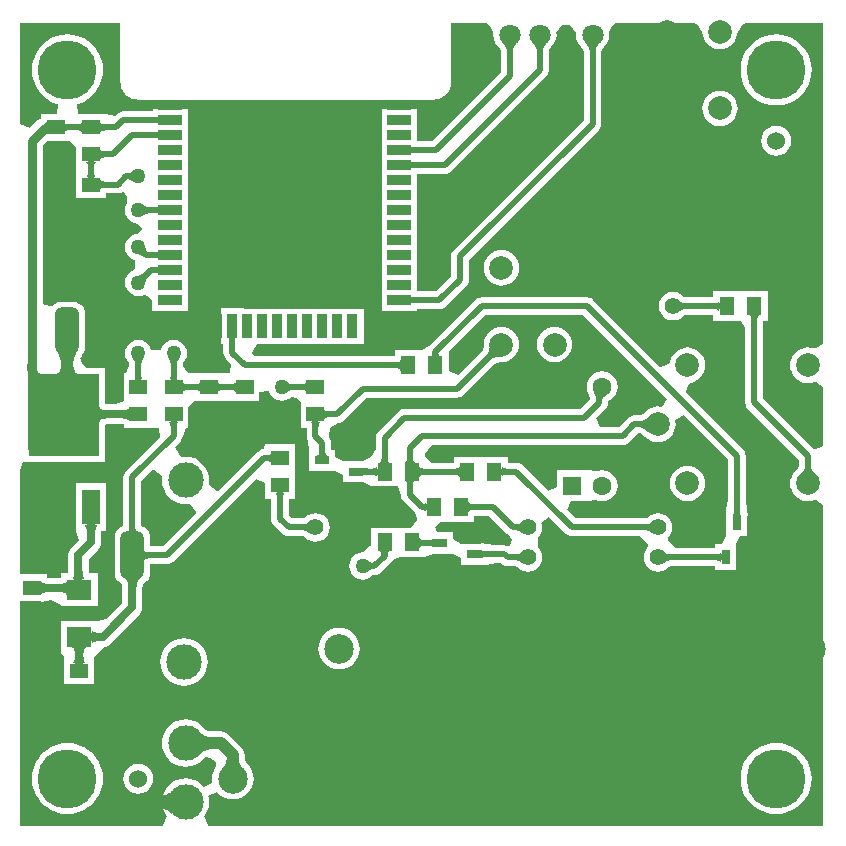
<source format=gtl>
G04 Layer_Physical_Order=1*
G04 Layer_Color=2232046*
%FSLAX25Y25*%
%MOIN*%
G70*
G01*
G75*
%ADD10R,0.19685X0.19685*%
%ADD11R,0.03543X0.07874*%
%ADD12R,0.07874X0.03543*%
%ADD13R,0.08268X0.06890*%
%ADD14R,0.05905X0.05118*%
%ADD15R,0.23622X0.27559*%
%ADD16R,0.06299X0.11811*%
%ADD17R,0.05118X0.05905*%
%ADD18R,0.04724X0.03150*%
G04:AMPARAMS|DCode=19|XSize=150mil|YSize=80mil|CornerRadius=20mil|HoleSize=0mil|Usage=FLASHONLY|Rotation=90.000|XOffset=0mil|YOffset=0mil|HoleType=Round|Shape=RoundedRectangle|*
%AMROUNDEDRECTD19*
21,1,0.15000,0.04000,0,0,90.0*
21,1,0.11000,0.08000,0,0,90.0*
1,1,0.04000,0.02000,0.05500*
1,1,0.04000,0.02000,-0.05500*
1,1,0.04000,-0.02000,-0.05500*
1,1,0.04000,-0.02000,0.05500*
%
%ADD19ROUNDEDRECTD19*%
%ADD20C,0.11811*%
%ADD21R,0.03150X0.04724*%
%ADD22C,0.01968*%
%ADD23C,0.02756*%
%ADD24C,0.03150*%
%ADD25C,0.03937*%
%ADD26C,0.19685*%
%ADD27C,0.07874*%
G04:AMPARAMS|DCode=28|XSize=157.48mil|YSize=78.74mil|CornerRadius=19.68mil|HoleSize=0mil|Usage=FLASHONLY|Rotation=0.000|XOffset=0mil|YOffset=0mil|HoleType=Round|Shape=RoundedRectangle|*
%AMROUNDEDRECTD28*
21,1,0.15748,0.03937,0,0,0.0*
21,1,0.11811,0.07874,0,0,0.0*
1,1,0.03937,0.05905,-0.01968*
1,1,0.03937,-0.05905,-0.01968*
1,1,0.03937,-0.05905,0.01968*
1,1,0.03937,0.05905,0.01968*
%
%ADD28ROUNDEDRECTD28*%
G04:AMPARAMS|DCode=29|XSize=157.48mil|YSize=78.74mil|CornerRadius=19.68mil|HoleSize=0mil|Usage=FLASHONLY|Rotation=90.000|XOffset=0mil|YOffset=0mil|HoleType=Round|Shape=RoundedRectangle|*
%AMROUNDEDRECTD29*
21,1,0.15748,0.03937,0,0,90.0*
21,1,0.11811,0.07874,0,0,90.0*
1,1,0.03937,0.01968,0.05905*
1,1,0.03937,0.01968,-0.05905*
1,1,0.03937,-0.01968,-0.05905*
1,1,0.03937,-0.01968,0.05905*
%
%ADD29ROUNDEDRECTD29*%
%ADD30C,0.05512*%
%ADD31C,0.09842*%
%ADD32C,0.07087*%
%ADD33C,0.06299*%
%ADD34R,0.06299X0.06299*%
%ADD35C,0.06000*%
%ADD36C,0.05000*%
G36*
X-14937Y-17717D02*
X-14956Y-17529D01*
X-15016Y-17362D01*
X-15115Y-17215D01*
X-15254Y-17087D01*
X-15432Y-16978D01*
X-15650Y-16890D01*
X-15907Y-16821D01*
X-16204Y-16772D01*
X-16541Y-16742D01*
X-16917Y-16732D01*
Y-14764D01*
X-16541Y-14754D01*
X-16204Y-14724D01*
X-15907Y-14675D01*
X-15650Y-14606D01*
X-15432Y-14518D01*
X-15254Y-14410D01*
X-15115Y-14281D01*
X-15016Y-14134D01*
X-14956Y-13966D01*
X-14937Y-13780D01*
Y-17717D01*
D02*
G37*
G36*
X-2156Y-18697D02*
X-2323Y-18757D01*
X-2471Y-18856D01*
X-2598Y-18995D01*
X-2707Y-19173D01*
X-2795Y-19391D01*
X-2864Y-19648D01*
X-2913Y-19945D01*
X-2943Y-20281D01*
X-2953Y-20657D01*
X-4921D01*
X-4931Y-20283D01*
X-4960Y-19949D01*
X-5009Y-19653D01*
X-5077Y-19397D01*
X-5164Y-19181D01*
X-5271Y-19004D01*
X-5398Y-18866D01*
X-5544Y-18767D01*
X-5709Y-18709D01*
X-5894Y-18689D01*
X-1969Y-18677D01*
X-2156Y-18697D01*
D02*
G37*
G36*
X-780Y-13966D02*
X-721Y-14134D01*
X-622Y-14281D01*
X-484Y-14410D01*
X-307Y-14518D01*
X-91Y-14606D01*
X165Y-14675D01*
X460Y-14724D01*
X795Y-14754D01*
X1169Y-14764D01*
Y-16732D01*
X795Y-16742D01*
X460Y-16772D01*
X165Y-16821D01*
X-91Y-16890D01*
X-307Y-16978D01*
X-484Y-17087D01*
X-622Y-17215D01*
X-721Y-17362D01*
X-780Y-17529D01*
X-799Y-17717D01*
Y-13780D01*
X-780Y-13966D01*
D02*
G37*
G36*
X26768D02*
X26827Y-14134D01*
X26926Y-14281D01*
X27064Y-14410D01*
X27243Y-14518D01*
X27461Y-14606D01*
X27718Y-14675D01*
X28015Y-14724D01*
X28352Y-14754D01*
X28728Y-14764D01*
Y-16732D01*
X28352Y-16742D01*
X28015Y-16772D01*
X27718Y-16821D01*
X27461Y-16890D01*
X27243Y-16978D01*
X27064Y-17087D01*
X26926Y-17215D01*
X26827Y-17362D01*
X26768Y-17529D01*
X26748Y-17717D01*
Y-13780D01*
X26768Y-13966D01*
D02*
G37*
G36*
X12610Y-17717D02*
X12591Y-17529D01*
X12532Y-17362D01*
X12433Y-17215D01*
X12296Y-17087D01*
X12118Y-16978D01*
X11902Y-16890D01*
X11646Y-16821D01*
X11351Y-16772D01*
X11016Y-16742D01*
X10642Y-16732D01*
Y-14764D01*
X11016Y-14754D01*
X11351Y-14724D01*
X11646Y-14675D01*
X11902Y-14606D01*
X12118Y-14518D01*
X12296Y-14410D01*
X12433Y-14281D01*
X12532Y-14134D01*
X12591Y-13966D01*
X12610Y-13780D01*
Y-17717D01*
D02*
G37*
G36*
X-45463Y-22830D02*
X-45630Y-22890D01*
X-45778Y-22989D01*
X-45906Y-23128D01*
X-46014Y-23306D01*
X-46102Y-23524D01*
X-46171Y-23781D01*
X-46220Y-24078D01*
X-46250Y-24415D01*
X-46260Y-24791D01*
X-48228D01*
X-48238Y-24415D01*
X-48268Y-24078D01*
X-48317Y-23781D01*
X-48386Y-23524D01*
X-48474Y-23306D01*
X-48583Y-23128D01*
X-48711Y-22989D01*
X-48858Y-22890D01*
X-49026Y-22830D01*
X-49213Y-22811D01*
X-45276D01*
X-45463Y-22830D01*
D02*
G37*
G36*
X28326Y-36476D02*
X28326Y-36476D01*
X28943Y-36949D01*
X29202Y-37057D01*
X30024Y-38697D01*
X29377Y-40222D01*
X28951Y-40688D01*
X28330Y-40430D01*
X27559Y-40329D01*
X24896D01*
X21752Y-39764D01*
X19771Y-39737D01*
X19638Y-39764D01*
X18602Y-39764D01*
X13681D01*
X13091Y-39764D01*
X10531Y-38338D01*
Y-36024D01*
X5090D01*
X4268Y-34258D01*
X6016Y-32480D01*
X8465D01*
X11614Y-32480D01*
X17520D01*
Y-30551D01*
X17560Y-30550D01*
X17615Y-30537D01*
X22388D01*
X28326Y-36476D01*
D02*
G37*
G36*
X-95463Y-34214D02*
X-95433Y-34551D01*
X-95384Y-34848D01*
X-95315Y-35105D01*
X-95226Y-35323D01*
X-95118Y-35501D01*
X-94990Y-35640D01*
X-94842Y-35739D01*
X-94675Y-35798D01*
X-94488Y-35818D01*
X-98424Y-35818D01*
X-98237Y-35798D01*
X-98070Y-35739D01*
X-97922Y-35640D01*
X-97795Y-35501D01*
X-97687Y-35323D01*
X-97598Y-35105D01*
X-97529Y-34848D01*
X-97480Y-34551D01*
X-97451Y-34214D01*
X-97441Y-33838D01*
X-95473D01*
X-95463Y-34214D01*
D02*
G37*
G36*
X106010Y-28929D02*
X106056Y-29559D01*
X106096Y-29815D01*
X106149Y-30032D01*
X106212Y-30209D01*
X106287Y-30347D01*
X106374Y-30445D01*
X106473Y-30504D01*
X106582Y-30524D01*
X103457D01*
X103567Y-30504D01*
X103665Y-30445D01*
X103752Y-30347D01*
X103827Y-30209D01*
X103891Y-30032D01*
X103943Y-29815D01*
X103983Y-29559D01*
X104012Y-29264D01*
X104035Y-28555D01*
X106004D01*
X106010Y-28929D01*
D02*
G37*
G36*
X15547Y-25778D02*
X15606Y-25945D01*
X15705Y-26092D01*
X15844Y-26221D01*
X16022Y-26329D01*
X16240Y-26417D01*
X16498Y-26486D01*
X16795Y-26535D01*
X17131Y-26565D01*
X17508Y-26575D01*
Y-28543D01*
X17131Y-28553D01*
X16795Y-28583D01*
X16498Y-28632D01*
X16240Y-28701D01*
X16022Y-28789D01*
X15844Y-28898D01*
X15705Y-29026D01*
X15606Y-29173D01*
X15547Y-29341D01*
X15527Y-29528D01*
Y-25591D01*
X15547Y-25778D01*
D02*
G37*
G36*
X1390Y-29528D02*
X1376Y-29341D01*
X1334Y-29173D01*
X1265Y-29026D01*
X1168Y-28898D01*
X1043Y-28789D01*
X890Y-28701D01*
X709Y-28632D01*
X500Y-28583D01*
X264Y-28553D01*
X0Y-28543D01*
Y-26575D01*
X264Y-26565D01*
X500Y-26535D01*
X709Y-26486D01*
X890Y-26417D01*
X1043Y-26329D01*
X1168Y-26221D01*
X1265Y-26092D01*
X1334Y-25945D01*
X1376Y-25778D01*
X1390Y-25591D01*
Y-29528D01*
D02*
G37*
G36*
X75929Y-2756D02*
X75582Y-2419D01*
X74897Y-1852D01*
X74557Y-1622D01*
X74220Y-1427D01*
X73884Y-1268D01*
X73551Y-1144D01*
X73221Y-1055D01*
X72892Y-1002D01*
X72566Y-984D01*
Y984D01*
X72892Y1002D01*
X73221Y1055D01*
X73551Y1144D01*
X73884Y1268D01*
X74220Y1427D01*
X74557Y1622D01*
X74897Y1852D01*
X75238Y2118D01*
X75582Y2419D01*
X75929Y2756D01*
Y-2756D01*
D02*
G37*
G36*
X102041Y-11765D02*
Y-25399D01*
X101476Y-28543D01*
X101450Y-30524D01*
X101476Y-30657D01*
X101476Y-31693D01*
Y-36614D01*
X101476Y-37205D01*
X100051Y-39764D01*
X97736D01*
Y-41378D01*
X97696Y-41379D01*
X97641Y-41392D01*
X84695D01*
X82103Y-38651D01*
X82106Y-38289D01*
X82219Y-37753D01*
X82381Y-37386D01*
X82867Y-36753D01*
X83343Y-35603D01*
X83505Y-34370D01*
X83343Y-33137D01*
X82867Y-31988D01*
X82110Y-31001D01*
X81123Y-30243D01*
X79974Y-29767D01*
X78740Y-29605D01*
X77507Y-29767D01*
X76358Y-30243D01*
X75394Y-30983D01*
X75391Y-30985D01*
X75389Y-30987D01*
X75371Y-31001D01*
X75362Y-31012D01*
X75257Y-31112D01*
X75181Y-31174D01*
X75108Y-31224D01*
X75039Y-31264D01*
X74969Y-31296D01*
X74897Y-31323D01*
X74818Y-31345D01*
X74729Y-31362D01*
X74628Y-31373D01*
X74440Y-31380D01*
X74390Y-31392D01*
X51352D01*
X48425Y-28465D01*
X49630Y-25555D01*
X55236D01*
Y-25555D01*
X58386Y-25259D01*
X58782Y-25423D01*
X60118Y-25599D01*
X61454Y-25423D01*
X62699Y-24908D01*
X63768Y-24087D01*
X64589Y-23018D01*
X65105Y-21773D01*
X65280Y-20437D01*
X65105Y-19101D01*
X64589Y-17856D01*
X63768Y-16787D01*
X62699Y-15966D01*
X61454Y-15451D01*
X60118Y-15275D01*
X58782Y-15451D01*
X58386Y-15615D01*
X55236Y-15319D01*
X55236Y-15319D01*
X45000D01*
Y-20925D01*
X42090Y-22130D01*
X33602Y-13642D01*
X32985Y-13169D01*
X32267Y-12871D01*
X31496Y-12770D01*
X28835D01*
X28781Y-12757D01*
X28740Y-12756D01*
Y-10827D01*
X22835D01*
X19685Y-10827D01*
X16535Y-10827D01*
X10630D01*
Y-12756D01*
X10589Y-12757D01*
X10534Y-12770D01*
X3526D01*
X1181Y-10827D01*
X986Y-9962D01*
X3495Y-6915D01*
X66929D01*
X67700Y-6814D01*
X68418Y-6516D01*
X69035Y-6043D01*
X72100Y-2978D01*
X72417D01*
X72457Y-2988D01*
X72677Y-3000D01*
X72800Y-3020D01*
X72940Y-3058D01*
X73102Y-3118D01*
X73285Y-3205D01*
X73490Y-3324D01*
X73691Y-3460D01*
X74241Y-3915D01*
X74529Y-4195D01*
X74593Y-4236D01*
X75443Y-4934D01*
X76469Y-5482D01*
X77583Y-5820D01*
X78740Y-5934D01*
X79898Y-5820D01*
X81011Y-5482D01*
X82037Y-4934D01*
X82936Y-4196D01*
X83674Y-3297D01*
X84223Y-2271D01*
X84560Y-1158D01*
X84674Y0D01*
X84560Y1158D01*
X84515Y1307D01*
X87300Y2977D01*
X102041Y-11765D01*
D02*
G37*
G36*
X-80896Y780D02*
X-81063Y721D01*
X-81211Y622D01*
X-81339Y484D01*
X-81447Y307D01*
X-81535Y91D01*
X-81604Y-165D01*
X-81653Y-460D01*
X-81683Y-795D01*
X-81693Y-1169D01*
X-83661D01*
X-83671Y-795D01*
X-83701Y-460D01*
X-83750Y-165D01*
X-83819Y91D01*
X-83908Y307D01*
X-84016Y484D01*
X-84144Y622D01*
X-84291Y721D01*
X-84459Y780D01*
X-84646Y799D01*
X-80709D01*
X-80896Y780D01*
D02*
G37*
G36*
X-107418Y5841D02*
X-107334Y5606D01*
X-107196Y5400D01*
X-107002Y5221D01*
X-106753Y5069D01*
X-106449Y4945D01*
X-106089Y4848D01*
X-105674Y4780D01*
X-105203Y4738D01*
X-104677Y4724D01*
Y1969D01*
X-105203Y1955D01*
X-105674Y1913D01*
X-106089Y1845D01*
X-106449Y1748D01*
X-106753Y1624D01*
X-107002Y1472D01*
X-107196Y1293D01*
X-107334Y1087D01*
X-107418Y852D01*
X-107445Y591D01*
Y6102D01*
X-107418Y5841D01*
D02*
G37*
G36*
X-33652Y780D02*
X-33819Y721D01*
X-33966Y622D01*
X-34095Y484D01*
X-34203Y307D01*
X-34291Y91D01*
X-34360Y-165D01*
X-34409Y-460D01*
X-34439Y-795D01*
X-34449Y-1169D01*
X-36417D01*
X-36427Y-795D01*
X-36457Y-460D01*
X-36506Y-165D01*
X-36575Y91D01*
X-36663Y307D01*
X-36772Y484D01*
X-36900Y622D01*
X-37047Y721D01*
X-37215Y780D01*
X-37402Y799D01*
X-33465D01*
X-33652Y780D01*
D02*
G37*
G36*
X-32175Y-8853D02*
X-32146Y-9189D01*
X-32096Y-9487D01*
X-32028Y-9744D01*
X-31939Y-9962D01*
X-31831Y-10140D01*
X-31703Y-10279D01*
X-31555Y-10378D01*
X-31388Y-10437D01*
X-31201Y-10457D01*
X-35138D01*
X-34951Y-10437D01*
X-34784Y-10378D01*
X-34636Y-10279D01*
X-34508Y-10140D01*
X-34400Y-9962D01*
X-34311Y-9744D01*
X-34242Y-9487D01*
X-34193Y-9189D01*
X-34163Y-8853D01*
X-34154Y-8477D01*
X-32185D01*
X-32175Y-8853D01*
D02*
G37*
G36*
X129742Y-13837D02*
X129795Y-14166D01*
X129884Y-14496D01*
X130008Y-14829D01*
X130167Y-15165D01*
X130362Y-15502D01*
X130593Y-15842D01*
X130858Y-16183D01*
X131159Y-16527D01*
X131496Y-16873D01*
X125984D01*
X126321Y-16527D01*
X126888Y-15842D01*
X127118Y-15502D01*
X127313Y-15165D01*
X127472Y-14829D01*
X127596Y-14496D01*
X127685Y-14166D01*
X127738Y-13837D01*
X127756Y-13511D01*
X129724D01*
X129742Y-13837D01*
D02*
G37*
G36*
X-19579Y-14295D02*
X-19520Y-14393D01*
X-19421Y-14480D01*
X-19284Y-14556D01*
X-19106Y-14619D01*
X-18890Y-14671D01*
X-18634Y-14712D01*
X-18339Y-14741D01*
X-17630Y-14764D01*
Y-16732D01*
X-18004Y-16738D01*
X-18634Y-16784D01*
X-18890Y-16825D01*
X-19106Y-16877D01*
X-19284Y-16941D01*
X-19421Y-17016D01*
X-19520Y-17102D01*
X-19579Y-17201D01*
X-19599Y-17311D01*
Y-14185D01*
X-19579Y-14295D01*
D02*
G37*
G36*
X-50173Y-13189D02*
X-50193Y-13002D01*
X-50252Y-12835D01*
X-50351Y-12687D01*
X-50490Y-12559D01*
X-50668Y-12451D01*
X-50886Y-12362D01*
X-51143Y-12293D01*
X-51440Y-12244D01*
X-51777Y-12215D01*
X-52153Y-12205D01*
Y-10236D01*
X-51777Y-10226D01*
X-51440Y-10197D01*
X-51143Y-10148D01*
X-50886Y-10079D01*
X-50668Y-9990D01*
X-50490Y-9882D01*
X-50351Y-9754D01*
X-50252Y-9606D01*
X-50193Y-9439D01*
X-50173Y-9252D01*
Y-13189D01*
D02*
G37*
G36*
X-2943Y-11214D02*
X-2913Y-11551D01*
X-2864Y-11848D01*
X-2795Y-12105D01*
X-2707Y-12323D01*
X-2598Y-12501D01*
X-2471Y-12640D01*
X-2323Y-12739D01*
X-2156Y-12799D01*
X-1969Y-12819D01*
X-5894Y-12807D01*
X-5709Y-12788D01*
X-5544Y-12729D01*
X-5398Y-12630D01*
X-5271Y-12492D01*
X-5164Y-12315D01*
X-5077Y-12099D01*
X-5009Y-11843D01*
X-4960Y-11547D01*
X-4931Y-11213D01*
X-4921Y-10839D01*
X-2953D01*
X-2943Y-11214D01*
D02*
G37*
G36*
X-11407Y-11215D02*
X-11378Y-11552D01*
X-11329Y-11849D01*
X-11260Y-12106D01*
X-11171Y-12324D01*
X-11063Y-12502D01*
X-10935Y-12641D01*
X-10787Y-12740D01*
X-10620Y-12799D01*
X-10433Y-12819D01*
X-14370D01*
X-14183Y-12799D01*
X-14016Y-12740D01*
X-13868Y-12641D01*
X-13740Y-12502D01*
X-13632Y-12324D01*
X-13543Y-12106D01*
X-13474Y-11849D01*
X-13425Y-11552D01*
X-13396Y-11215D01*
X-13386Y-10839D01*
X-11417D01*
X-11407Y-11215D01*
D02*
G37*
G36*
X-113030Y-49455D02*
X-112989Y-49926D01*
X-112920Y-50341D01*
X-112823Y-50701D01*
X-112699Y-51005D01*
X-112548Y-51254D01*
X-112369Y-51448D01*
X-112162Y-51587D01*
X-111928Y-51670D01*
X-111666Y-51697D01*
X-117178D01*
X-116916Y-51670D01*
X-116682Y-51587D01*
X-116475Y-51448D01*
X-116296Y-51254D01*
X-116144Y-51005D01*
X-116020Y-50701D01*
X-115924Y-50341D01*
X-115855Y-49926D01*
X-115814Y-49455D01*
X-115800Y-48929D01*
X-113044D01*
X-113030Y-49455D01*
D02*
G37*
G36*
X-93966Y-51401D02*
X-94200Y-51489D01*
X-94406Y-51636D01*
X-94584Y-51843D01*
X-94735Y-52108D01*
X-94859Y-52433D01*
X-94955Y-52816D01*
X-95024Y-53258D01*
X-95065Y-53760D01*
X-95079Y-54320D01*
X-97835D01*
X-97848Y-53760D01*
X-97890Y-53258D01*
X-97958Y-52816D01*
X-98054Y-52433D01*
X-98178Y-52108D01*
X-98329Y-51843D01*
X-98508Y-51636D01*
X-98714Y-51489D01*
X-98947Y-51401D01*
X-99208Y-51371D01*
X-93705D01*
X-93966Y-51401D01*
D02*
G37*
G36*
X-17744Y-45640D02*
X-17579Y-45770D01*
X-17403Y-45885D01*
X-17217Y-45984D01*
X-17021Y-46068D01*
X-16815Y-46137D01*
X-16598Y-46191D01*
X-16371Y-46229D01*
X-16134Y-46252D01*
X-15887Y-46260D01*
Y-48228D01*
X-16134Y-48236D01*
X-16371Y-48259D01*
X-16598Y-48297D01*
X-16815Y-48351D01*
X-17021Y-48420D01*
X-17217Y-48504D01*
X-17403Y-48604D01*
X-17579Y-48718D01*
X-17744Y-48849D01*
X-17900Y-48994D01*
Y-45494D01*
X-17744Y-45640D01*
D02*
G37*
G36*
X33465Y-46299D02*
X33276Y-46120D01*
X33078Y-45959D01*
X32873Y-45817D01*
X32659Y-45695D01*
X32437Y-45591D01*
X32207Y-45505D01*
X31969Y-45439D01*
X31722Y-45392D01*
X31468Y-45364D01*
X31205Y-45354D01*
Y-43386D01*
X31468Y-43376D01*
X31722Y-43348D01*
X31969Y-43301D01*
X32207Y-43235D01*
X32437Y-43150D01*
X32659Y-43046D01*
X32873Y-42923D01*
X33078Y-42781D01*
X33276Y-42621D01*
X33465Y-42441D01*
Y-46299D01*
D02*
G37*
G36*
X99729Y-46339D02*
X99709Y-46152D01*
X99650Y-45984D01*
X99550Y-45837D01*
X99412Y-45709D01*
X99234Y-45600D01*
X99016Y-45512D01*
X98758Y-45443D01*
X98461Y-45394D01*
X98124Y-45364D01*
X97748Y-45354D01*
Y-43386D01*
X98124Y-43376D01*
X98461Y-43347D01*
X98758Y-43297D01*
X99016Y-43228D01*
X99234Y-43140D01*
X99412Y-43031D01*
X99550Y-42904D01*
X99650Y-42756D01*
X99709Y-42589D01*
X99729Y-42402D01*
Y-46339D01*
D02*
G37*
G36*
X-126953Y-52203D02*
X-126870Y-52401D01*
X-126733Y-52577D01*
X-126540Y-52729D01*
X-126292Y-52857D01*
X-125988Y-52962D01*
X-125630Y-53044D01*
X-125217Y-53103D01*
X-124748Y-53138D01*
X-124225Y-53150D01*
Y-55905D01*
X-124748Y-55917D01*
X-125217Y-55952D01*
X-125630Y-56011D01*
X-125988Y-56093D01*
X-126292Y-56198D01*
X-126540Y-56326D01*
X-126733Y-56478D01*
X-126870Y-56654D01*
X-126953Y-56853D01*
X-126980Y-57075D01*
Y-51981D01*
X-126953Y-52203D01*
D02*
G37*
G36*
X-73971Y-102736D02*
X-73571Y-103071D01*
X-73140Y-103366D01*
X-72677Y-103622D01*
X-72182Y-103839D01*
X-71656Y-104016D01*
X-71099Y-104154D01*
X-70509Y-104252D01*
X-69888Y-104311D01*
X-69235Y-104331D01*
Y-108268D01*
X-69888Y-108287D01*
X-70509Y-108346D01*
X-71099Y-108445D01*
X-71656Y-108583D01*
X-72182Y-108760D01*
X-72677Y-108976D01*
X-73140Y-109232D01*
X-73571Y-109528D01*
X-73971Y-109862D01*
X-74339Y-110236D01*
Y-102362D01*
X-73971Y-102736D01*
D02*
G37*
G36*
X-61009Y-111137D02*
X-60965Y-111606D01*
X-60891Y-112053D01*
X-60787Y-112480D01*
X-60654Y-112885D01*
X-60492Y-113269D01*
X-60300Y-113633D01*
X-60079Y-113975D01*
X-59828Y-114296D01*
X-59547Y-114596D01*
X-66437D01*
X-66157Y-114296D01*
X-65905Y-113975D01*
X-65684Y-113633D01*
X-65492Y-113269D01*
X-65330Y-112885D01*
X-65197Y-112480D01*
X-65093Y-112053D01*
X-65020Y-111606D01*
X-64975Y-111137D01*
X-64961Y-110647D01*
X-61024D01*
X-61009Y-111137D01*
D02*
G37*
G36*
X-111679Y-74315D02*
X-111913Y-74398D01*
X-112120Y-74536D01*
X-112299Y-74730D01*
X-112451Y-74979D01*
X-112575Y-75283D01*
X-112671Y-75643D01*
X-112740Y-76059D01*
X-112782Y-76529D01*
X-112792Y-76919D01*
X-112782Y-77307D01*
X-112740Y-77776D01*
X-112671Y-78189D01*
X-112575Y-78547D01*
X-112451Y-78851D01*
X-112299Y-79099D01*
X-112120Y-79291D01*
X-111913Y-79429D01*
X-111679Y-79512D01*
X-111417Y-79540D01*
X-116929D01*
X-116667Y-79512D01*
X-116433Y-79429D01*
X-116226Y-79291D01*
X-116047Y-79099D01*
X-115896Y-78851D01*
X-115772Y-78547D01*
X-115675Y-78189D01*
X-115606Y-77776D01*
X-115565Y-77307D01*
X-115555Y-76919D01*
X-115565Y-76529D01*
X-115606Y-76059D01*
X-115675Y-75643D01*
X-115772Y-75283D01*
X-115896Y-74979D01*
X-116047Y-74730D01*
X-116226Y-74536D01*
X-116433Y-74398D01*
X-116667Y-74315D01*
X-116929Y-74287D01*
X-111417D01*
X-111679Y-74315D01*
D02*
G37*
G36*
X-118295Y-57284D02*
X-118323Y-57022D01*
X-118405Y-56787D01*
X-118543Y-56581D01*
X-118736Y-56402D01*
X-118984Y-56250D01*
X-119287Y-56126D01*
X-119646Y-56029D01*
X-120059Y-55961D01*
X-120527Y-55919D01*
X-121051Y-55905D01*
Y-53150D01*
X-120527Y-53136D01*
X-120059Y-53095D01*
X-119646Y-53026D01*
X-119287Y-52929D01*
X-118984Y-52805D01*
X-118736Y-52653D01*
X-118543Y-52474D01*
X-118405Y-52268D01*
X-118323Y-52034D01*
X-118295Y-51772D01*
Y-57284D01*
D02*
G37*
G36*
X-110036Y-68372D02*
X-109953Y-68606D01*
X-109814Y-68813D01*
X-109620Y-68992D01*
X-109371Y-69144D01*
X-109067Y-69268D01*
X-108707Y-69364D01*
X-108292Y-69433D01*
X-107821Y-69474D01*
X-107296Y-69488D01*
Y-72244D01*
X-107821Y-72258D01*
X-108292Y-72299D01*
X-108707Y-72368D01*
X-109067Y-72465D01*
X-109371Y-72589D01*
X-109620Y-72740D01*
X-109814Y-72919D01*
X-109953Y-73126D01*
X-110036Y-73360D01*
X-110063Y-73622D01*
Y-68110D01*
X-110036Y-68372D01*
D02*
G37*
G36*
X-37401Y-36299D02*
X-37591Y-36120D01*
X-37788Y-35959D01*
X-37993Y-35817D01*
X-38207Y-35695D01*
X-38429Y-35591D01*
X-38659Y-35506D01*
X-38897Y-35439D01*
X-39144Y-35392D01*
X-39398Y-35364D01*
X-39661Y-35354D01*
Y-33386D01*
X-39398Y-33376D01*
X-39144Y-33348D01*
X-38897Y-33301D01*
X-38659Y-33235D01*
X-38429Y-33150D01*
X-38207Y-33046D01*
X-37993Y-32923D01*
X-37788Y-32781D01*
X-37591Y-32620D01*
X-37401Y-32441D01*
Y-36299D01*
D02*
G37*
G36*
X-89262Y-15397D02*
X-86500Y-17142D01*
X-86652Y-18685D01*
X-86500Y-20229D01*
X-86050Y-21713D01*
X-85319Y-23081D01*
X-84335Y-24280D01*
X-83136Y-25264D01*
X-81768Y-25995D01*
X-80284Y-26445D01*
X-78740Y-26597D01*
X-77197Y-26445D01*
X-75272Y-29153D01*
X-75171Y-29621D01*
X-86257Y-40707D01*
X-90439D01*
X-90494Y-40694D01*
X-90517Y-40694D01*
Y-37780D01*
X-90653Y-36752D01*
X-91049Y-35794D01*
X-91680Y-34972D01*
X-92503Y-34341D01*
X-93460Y-33944D01*
X-93462Y-33944D01*
X-93466Y-33785D01*
X-93479Y-33730D01*
Y-18950D01*
X-89827Y-15299D01*
X-89262Y-15397D01*
D02*
G37*
G36*
X33465Y-36299D02*
X33276Y-36120D01*
X33078Y-35959D01*
X32873Y-35817D01*
X32659Y-35695D01*
X32437Y-35591D01*
X32207Y-35506D01*
X31969Y-35439D01*
X31722Y-35392D01*
X31468Y-35364D01*
X31205Y-35354D01*
Y-33386D01*
X31468Y-33376D01*
X31722Y-33348D01*
X31969Y-33301D01*
X32207Y-33235D01*
X32437Y-33150D01*
X32659Y-33046D01*
X32873Y-32923D01*
X33078Y-32781D01*
X33276Y-32620D01*
X33465Y-32441D01*
Y-36299D01*
D02*
G37*
G36*
X-107742Y-33480D02*
X-107976Y-33563D01*
X-108183Y-33701D01*
X-108362Y-33893D01*
X-108514Y-34142D01*
X-108638Y-34445D01*
X-108734Y-34803D01*
X-108803Y-35216D01*
X-108844Y-35685D01*
X-108858Y-36209D01*
X-111614D01*
X-111628Y-35685D01*
X-111669Y-35216D01*
X-111738Y-34803D01*
X-111835Y-34445D01*
X-111959Y-34142D01*
X-112110Y-33893D01*
X-112289Y-33701D01*
X-112496Y-33563D01*
X-112730Y-33480D01*
X-112992Y-33453D01*
X-107480D01*
X-107742Y-33480D01*
D02*
G37*
G36*
X76772Y-36299D02*
X76583Y-36120D01*
X76385Y-35959D01*
X76180Y-35817D01*
X75966Y-35695D01*
X75744Y-35591D01*
X75514Y-35506D01*
X75276Y-35439D01*
X75029Y-35392D01*
X74775Y-35364D01*
X74512Y-35354D01*
Y-33386D01*
X74775Y-33376D01*
X75029Y-33348D01*
X75276Y-33301D01*
X75514Y-33235D01*
X75744Y-33150D01*
X75966Y-33046D01*
X76180Y-32923D01*
X76385Y-32781D01*
X76583Y-32620D01*
X76772Y-32441D01*
Y-36299D01*
D02*
G37*
G36*
X3851Y-41130D02*
X3831Y-41020D01*
X3772Y-40921D01*
X3673Y-40835D01*
X3536Y-40760D01*
X3359Y-40696D01*
X3142Y-40644D01*
X2886Y-40603D01*
X2591Y-40574D01*
X1882Y-40551D01*
Y-38583D01*
X2256Y-38577D01*
X2886Y-38531D01*
X3142Y-38490D01*
X3359Y-38438D01*
X3536Y-38374D01*
X3673Y-38299D01*
X3772Y-38212D01*
X3831Y-38114D01*
X3851Y-38004D01*
Y-41130D01*
D02*
G37*
G36*
X-92507Y-41904D02*
X-92448Y-42071D01*
X-92349Y-42219D01*
X-92210Y-42347D01*
X-92032Y-42455D01*
X-91814Y-42543D01*
X-91556Y-42612D01*
X-91259Y-42661D01*
X-90923Y-42691D01*
X-90546Y-42701D01*
Y-44669D01*
X-90923Y-44679D01*
X-91259Y-44709D01*
X-91556Y-44758D01*
X-91814Y-44827D01*
X-92032Y-44915D01*
X-92210Y-45024D01*
X-92349Y-45152D01*
X-92448Y-45299D01*
X-92507Y-45467D01*
X-92527Y-45654D01*
Y-41717D01*
X-92507Y-41904D01*
D02*
G37*
G36*
X80898Y-42621D02*
X81095Y-42781D01*
X81301Y-42923D01*
X81514Y-43046D01*
X81736Y-43150D01*
X81966Y-43235D01*
X82205Y-43301D01*
X82451Y-43348D01*
X82705Y-43376D01*
X82968Y-43386D01*
Y-45354D01*
X82705Y-45364D01*
X82451Y-45392D01*
X82205Y-45439D01*
X81966Y-45505D01*
X81736Y-45591D01*
X81514Y-45695D01*
X81301Y-45817D01*
X81095Y-45959D01*
X80898Y-46120D01*
X80708Y-46299D01*
Y-42441D01*
X80898Y-42621D01*
D02*
G37*
G36*
X19791Y-41854D02*
X19850Y-41953D01*
X19949Y-42039D01*
X20086Y-42115D01*
X20264Y-42178D01*
X20480Y-42230D01*
X20736Y-42271D01*
X21031Y-42300D01*
X21740Y-42323D01*
Y-44291D01*
X21366Y-44297D01*
X20736Y-44343D01*
X20480Y-44384D01*
X20264Y-44436D01*
X20086Y-44500D01*
X19949Y-44575D01*
X19850Y-44662D01*
X19791Y-44760D01*
X19771Y-44870D01*
Y-41744D01*
X19791Y-41854D01*
D02*
G37*
G36*
X-792Y-37785D02*
X-732Y-37953D01*
X-633Y-38100D01*
X-495Y-38228D01*
X-316Y-38337D01*
X-98Y-38425D01*
X159Y-38494D01*
X456Y-38543D01*
X793Y-38573D01*
X1169Y-38583D01*
Y-40551D01*
X793Y-40561D01*
X456Y-40591D01*
X159Y-40640D01*
X-98Y-40709D01*
X-316Y-40797D01*
X-495Y-40905D01*
X-633Y-41034D01*
X-732Y-41181D01*
X-792Y-41348D01*
X-811Y-41535D01*
Y-37598D01*
X-792Y-37785D01*
D02*
G37*
G36*
X-10620Y-42315D02*
X-10787Y-42363D01*
X-10935Y-42443D01*
X-11063Y-42555D01*
X-11171Y-42698D01*
X-11260Y-42874D01*
X-11329Y-43082D01*
X-11378Y-43322D01*
X-11407Y-43594D01*
X-11417Y-43898D01*
X-13386D01*
X-13396Y-43594D01*
X-13425Y-43322D01*
X-13474Y-43082D01*
X-13543Y-42874D01*
X-13632Y-42698D01*
X-13740Y-42555D01*
X-13868Y-42443D01*
X-14016Y-42363D01*
X-14183Y-42315D01*
X-14370Y-42299D01*
X-10433D01*
X-10620Y-42315D01*
D02*
G37*
G36*
X-92548Y72943D02*
X-92382Y72813D01*
X-92206Y72698D01*
X-92020Y72598D01*
X-91824Y72514D01*
X-91618Y72445D01*
X-91401Y72392D01*
X-91175Y72354D01*
X-90937Y72330D01*
X-90690Y72323D01*
Y70354D01*
X-90937Y70347D01*
X-91175Y70324D01*
X-91401Y70285D01*
X-91618Y70232D01*
X-91824Y70163D01*
X-92020Y70079D01*
X-92206Y69979D01*
X-92382Y69864D01*
X-92548Y69734D01*
X-92703Y69589D01*
Y73089D01*
X-92548Y72943D01*
D02*
G37*
G36*
X-91981Y58817D02*
X-91957Y58608D01*
X-91913Y58403D01*
X-91852Y58201D01*
X-91773Y58003D01*
X-91676Y57808D01*
X-91561Y57617D01*
X-91427Y57430D01*
X-91276Y57246D01*
X-91107Y57065D01*
X-92498Y55673D01*
X-92679Y55843D01*
X-92863Y55994D01*
X-93050Y56128D01*
X-93241Y56243D01*
X-93436Y56340D01*
X-93634Y56419D01*
X-93836Y56480D01*
X-94042Y56523D01*
X-94251Y56548D01*
X-94463Y56555D01*
X-91988Y59030D01*
X-91981Y58817D01*
D02*
G37*
G36*
X-107288Y81703D02*
X-107228Y81535D01*
X-107129Y81388D01*
X-106991Y81260D01*
X-106812Y81152D01*
X-106595Y81063D01*
X-106337Y80994D01*
X-106040Y80945D01*
X-105703Y80915D01*
X-105327Y80905D01*
Y78937D01*
X-105703Y78927D01*
X-106040Y78898D01*
X-106337Y78848D01*
X-106595Y78780D01*
X-106812Y78691D01*
X-106991Y78583D01*
X-107129Y78455D01*
X-107228Y78307D01*
X-107288Y78140D01*
X-107308Y77953D01*
Y81890D01*
X-107288Y81703D01*
D02*
G37*
G36*
X-109242Y84063D02*
X-109213Y83728D01*
X-109163Y83433D01*
X-109095Y83177D01*
X-109006Y82960D01*
X-108898Y82783D01*
X-108770Y82645D01*
X-108622Y82547D01*
X-108455Y82488D01*
X-108268Y82468D01*
X-112205D01*
X-112018Y82488D01*
X-111850Y82547D01*
X-111703Y82645D01*
X-111575Y82783D01*
X-111467Y82960D01*
X-111378Y83177D01*
X-111309Y83433D01*
X-111260Y83728D01*
X-111230Y84063D01*
X-111221Y84437D01*
X-109252D01*
X-109242Y84063D01*
D02*
G37*
G36*
X-96274Y80927D02*
X-96429Y81073D01*
X-96594Y81203D01*
X-96770Y81318D01*
X-96956Y81417D01*
X-97152Y81502D01*
X-97358Y81570D01*
X-97575Y81624D01*
X-97802Y81662D01*
X-98039Y81685D01*
X-98286Y81693D01*
Y83661D01*
X-98039Y83669D01*
X-97802Y83692D01*
X-97575Y83730D01*
X-97358Y83784D01*
X-97152Y83853D01*
X-96956Y83937D01*
X-96770Y84037D01*
X-96594Y84152D01*
X-96429Y84282D01*
X-96274Y84427D01*
Y80927D01*
D02*
G37*
G36*
X99237Y37402D02*
X99217Y37589D01*
X99157Y37756D01*
X99058Y37904D01*
X98920Y38032D01*
X98742Y38140D01*
X98524Y38228D01*
X98266Y38297D01*
X97969Y38346D01*
X97632Y38376D01*
X97256Y38386D01*
Y40354D01*
X97632Y40364D01*
X97969Y40394D01*
X98266Y40443D01*
X98524Y40512D01*
X98742Y40600D01*
X98920Y40709D01*
X99058Y40837D01*
X99157Y40984D01*
X99217Y41152D01*
X99237Y41339D01*
Y37402D01*
D02*
G37*
G36*
X112608Y36421D02*
X112441Y36362D01*
X112293Y36263D01*
X112165Y36125D01*
X112057Y35946D01*
X111969Y35728D01*
X111900Y35471D01*
X111850Y35174D01*
X111821Y34837D01*
X111811Y34461D01*
X109843D01*
X109833Y34837D01*
X109803Y35174D01*
X109754Y35471D01*
X109685Y35728D01*
X109597Y35946D01*
X109488Y36125D01*
X109360Y36263D01*
X109213Y36362D01*
X109045Y36421D01*
X108858Y36441D01*
X112795D01*
X112608Y36421D01*
D02*
G37*
G36*
X85898Y41120D02*
X86095Y40959D01*
X86301Y40817D01*
X86514Y40694D01*
X86736Y40591D01*
X86966Y40505D01*
X87204Y40439D01*
X87451Y40392D01*
X87705Y40364D01*
X87968Y40354D01*
Y38386D01*
X87705Y38376D01*
X87451Y38348D01*
X87204Y38301D01*
X86966Y38235D01*
X86736Y38150D01*
X86514Y38046D01*
X86301Y37923D01*
X86095Y37781D01*
X85898Y37620D01*
X85708Y37441D01*
Y41299D01*
X85898Y41120D01*
D02*
G37*
G36*
X-91107Y49234D02*
X-91276Y49053D01*
X-91427Y48870D01*
X-91561Y48682D01*
X-91676Y48491D01*
X-91773Y48296D01*
X-91852Y48098D01*
X-91913Y47896D01*
X-91957Y47691D01*
X-91981Y47482D01*
X-91988Y47269D01*
X-94463Y49744D01*
X-94251Y49751D01*
X-94042Y49776D01*
X-93836Y49819D01*
X-93634Y49880D01*
X-93436Y49959D01*
X-93241Y50056D01*
X-93050Y50172D01*
X-92863Y50305D01*
X-92679Y50456D01*
X-92498Y50626D01*
X-91107Y49234D01*
D02*
G37*
G36*
X51453Y130555D02*
X51370Y129921D01*
X51559Y128482D01*
X52115Y127142D01*
X52998Y125990D01*
X53049Y125951D01*
X53250Y125743D01*
X53425Y125540D01*
X53569Y125350D01*
X53684Y125173D01*
X53773Y125012D01*
X53838Y124867D01*
X53884Y124735D01*
X53913Y124614D01*
X53930Y124502D01*
X53940Y124293D01*
X53951Y124251D01*
Y101470D01*
X10650Y58169D01*
X10177Y57552D01*
X9879Y56834D01*
X9778Y56063D01*
Y49423D01*
X4672Y44317D01*
X-1575D01*
Y47598D01*
Y52598D01*
Y57598D01*
Y62598D01*
Y67598D01*
X-1535D01*
Y72598D01*
Y77598D01*
Y83360D01*
X7598D01*
X8369Y83462D01*
X9087Y83759D01*
X9704Y84233D01*
X41476Y116005D01*
X41950Y116621D01*
X42247Y117340D01*
X42298Y117725D01*
X42349Y118111D01*
X42349Y118111D01*
Y124251D01*
X42359Y124293D01*
X42369Y124502D01*
X42386Y124615D01*
X42416Y124735D01*
X42461Y124867D01*
X42527Y125013D01*
X42615Y125174D01*
X42730Y125350D01*
X42874Y125540D01*
X43049Y125743D01*
X43250Y125951D01*
X43301Y125990D01*
X44185Y127142D01*
X44740Y128482D01*
X44929Y129921D01*
X44846Y130555D01*
X46820Y133074D01*
X49479D01*
X51453Y130555D01*
D02*
G37*
G36*
X41566Y127097D02*
X41312Y126802D01*
X41088Y126505D01*
X40893Y126207D01*
X40729Y125908D01*
X40594Y125607D01*
X40489Y125305D01*
X40414Y125002D01*
X40370Y124697D01*
X40355Y124391D01*
X38386Y124391D01*
X38371Y124697D01*
X38326Y125002D01*
X38252Y125305D01*
X38147Y125607D01*
X38012Y125908D01*
X37848Y126207D01*
X37653Y126505D01*
X37429Y126802D01*
X37174Y127097D01*
X36890Y127391D01*
X41851Y127391D01*
X41566Y127097D01*
D02*
G37*
G36*
X-113165Y97047D02*
X-113185Y97234D01*
X-113244Y97402D01*
X-113343Y97549D01*
X-113482Y97677D01*
X-113660Y97785D01*
X-113878Y97874D01*
X-114135Y97943D01*
X-114433Y97992D01*
X-114769Y98022D01*
X-115146Y98032D01*
Y100000D01*
X-114769Y100010D01*
X-114433Y100039D01*
X-114135Y100089D01*
X-113878Y100157D01*
X-113660Y100246D01*
X-113482Y100354D01*
X-113343Y100482D01*
X-113244Y100630D01*
X-113185Y100797D01*
X-113165Y100984D01*
Y97047D01*
D02*
G37*
G36*
X31566Y127097D02*
X31312Y126802D01*
X31087Y126505D01*
X30893Y126207D01*
X30729Y125908D01*
X30594Y125607D01*
X30489Y125305D01*
X30414Y125002D01*
X30369Y124697D01*
X30354Y124391D01*
X28386Y124391D01*
X28371Y124697D01*
X28326Y125002D01*
X28251Y125305D01*
X28147Y125607D01*
X28012Y125908D01*
X27847Y126207D01*
X27653Y126505D01*
X27428Y126802D01*
X27174Y127097D01*
X26890Y127391D01*
X31850Y127391D01*
X31566Y127097D01*
D02*
G37*
G36*
X133858Y27107D02*
X133692Y26880D01*
X131386Y25407D01*
X130709Y25259D01*
X129898Y25505D01*
X128740Y25619D01*
X127583Y25505D01*
X126469Y25167D01*
X125443Y24619D01*
X124544Y23881D01*
X123806Y22982D01*
X123258Y21956D01*
X122920Y20843D01*
X122806Y19685D01*
X122920Y18527D01*
X123258Y17414D01*
X123806Y16388D01*
X124544Y15489D01*
X125443Y14751D01*
X126469Y14203D01*
X127583Y13865D01*
X128740Y13751D01*
X129898Y13865D01*
X130709Y14111D01*
X131386Y13963D01*
X133692Y12489D01*
X133858Y12263D01*
Y-7373D01*
X131302Y-8350D01*
X130709Y-8387D01*
X113805Y8517D01*
Y34354D01*
X113817Y34408D01*
X113819Y34449D01*
X115354D01*
Y44291D01*
X109449D01*
X106299Y44291D01*
X103150Y44291D01*
X97244D01*
Y42362D01*
X97204Y42361D01*
X97149Y42348D01*
X88090D01*
X88040Y42360D01*
X87853Y42367D01*
X87751Y42378D01*
X87663Y42395D01*
X87584Y42417D01*
X87511Y42444D01*
X87442Y42476D01*
X87372Y42516D01*
X87300Y42566D01*
X87223Y42629D01*
X87119Y42728D01*
X87110Y42740D01*
X87092Y42753D01*
X87089Y42756D01*
X87086Y42758D01*
X86123Y43497D01*
X84974Y43973D01*
X83740Y44135D01*
X82507Y43973D01*
X81358Y43497D01*
X80371Y42740D01*
X79613Y41753D01*
X79137Y40603D01*
X78975Y39370D01*
X79137Y38137D01*
X79613Y36988D01*
X80371Y36001D01*
X81358Y35243D01*
X82507Y34767D01*
X83740Y34605D01*
X84974Y34767D01*
X86123Y35243D01*
X87086Y35983D01*
X87089Y35985D01*
X87092Y35987D01*
X87110Y36001D01*
X87119Y36013D01*
X87223Y36112D01*
X87300Y36174D01*
X87372Y36224D01*
X87442Y36264D01*
X87511Y36296D01*
X87584Y36323D01*
X87663Y36345D01*
X87751Y36362D01*
X87853Y36373D01*
X88040Y36380D01*
X88090Y36392D01*
X97149D01*
X97204Y36380D01*
X97244Y36378D01*
Y34449D01*
X103150D01*
X104739Y34449D01*
X106329Y34400D01*
X107849Y31941D01*
Y7283D01*
X107950Y6513D01*
X108248Y5794D01*
X108721Y5178D01*
X125762Y-11863D01*
Y-13362D01*
X125752Y-13402D01*
X125740Y-13622D01*
X125720Y-13745D01*
X125682Y-13885D01*
X125622Y-14047D01*
X125535Y-14230D01*
X125416Y-14435D01*
X125280Y-14636D01*
X124826Y-15186D01*
X124545Y-15474D01*
X124504Y-15538D01*
X123806Y-16388D01*
X123258Y-17414D01*
X122920Y-18527D01*
X122806Y-19685D01*
X122920Y-20843D01*
X123258Y-21956D01*
X123806Y-22982D01*
X124544Y-23881D01*
X125443Y-24619D01*
X126469Y-25167D01*
X127583Y-25505D01*
X128740Y-25619D01*
X129898Y-25505D01*
X130709Y-25259D01*
X131386Y-25407D01*
X133692Y-26880D01*
X133858Y-27107D01*
Y-133858D01*
X-71064D01*
X-71359Y-133535D01*
X-72431Y-130709D01*
X-72162Y-130380D01*
X-71430Y-129012D01*
X-70980Y-127528D01*
X-70828Y-125984D01*
X-70980Y-124441D01*
X-71095Y-124062D01*
X-68263Y-122548D01*
X-67888Y-123006D01*
X-66838Y-123867D01*
X-65641Y-124506D01*
X-64343Y-124900D01*
X-62992Y-125033D01*
X-61642Y-124900D01*
X-60343Y-124506D01*
X-59146Y-123867D01*
X-58097Y-123006D01*
X-57236Y-121957D01*
X-56596Y-120760D01*
X-56202Y-119461D01*
X-56069Y-118110D01*
X-56202Y-116760D01*
X-56596Y-115461D01*
X-57236Y-114264D01*
X-58059Y-113261D01*
X-58081Y-113225D01*
X-58301Y-112990D01*
X-58442Y-112809D01*
X-58567Y-112617D01*
X-58677Y-112408D01*
X-58773Y-112181D01*
X-58855Y-111930D01*
X-58923Y-111653D01*
X-58973Y-111347D01*
X-59005Y-111012D01*
X-59017Y-110587D01*
X-59021Y-110571D01*
Y-110236D01*
X-59157Y-109209D01*
X-59553Y-108251D01*
X-60184Y-107428D01*
X-64121Y-103491D01*
X-64944Y-102860D01*
X-65901Y-102464D01*
X-66929Y-102328D01*
X-69159D01*
X-69175Y-102324D01*
X-69763Y-102307D01*
X-70249Y-102261D01*
X-70692Y-102187D01*
X-71094Y-102087D01*
X-71458Y-101965D01*
X-71787Y-101821D01*
X-72085Y-101656D01*
X-72357Y-101470D01*
X-72608Y-101260D01*
X-72908Y-100955D01*
X-72915Y-100950D01*
X-72919Y-100943D01*
X-72987Y-100898D01*
X-73146Y-100705D01*
X-74344Y-99721D01*
X-75712Y-98989D01*
X-77197Y-98539D01*
X-78740Y-98387D01*
X-80284Y-98539D01*
X-81768Y-98989D01*
X-83136Y-99721D01*
X-84335Y-100705D01*
X-85319Y-101903D01*
X-86050Y-103271D01*
X-86500Y-104756D01*
X-86652Y-106299D01*
X-86500Y-107843D01*
X-86050Y-109327D01*
X-85319Y-110695D01*
X-84335Y-111894D01*
X-83136Y-112878D01*
X-81768Y-113609D01*
X-80284Y-114059D01*
X-78740Y-114211D01*
X-77197Y-114059D01*
X-75712Y-113609D01*
X-74344Y-112878D01*
X-73146Y-111894D01*
X-72987Y-111700D01*
X-72919Y-111655D01*
X-72915Y-111648D01*
X-72908Y-111644D01*
X-72608Y-111339D01*
X-72357Y-111129D01*
X-72113Y-110962D01*
X-72041Y-110954D01*
X-70371Y-111405D01*
X-69952Y-111590D01*
X-69567Y-111834D01*
X-68717Y-112571D01*
X-68430Y-113876D01*
X-68748Y-114264D01*
X-69388Y-115461D01*
X-69782Y-116760D01*
X-69915Y-118110D01*
X-69782Y-119461D01*
X-69752Y-119559D01*
X-72584Y-121073D01*
X-73146Y-120389D01*
X-74344Y-119406D01*
X-75712Y-118674D01*
X-77197Y-118224D01*
X-78740Y-118072D01*
X-80284Y-118224D01*
X-81768Y-118674D01*
X-83136Y-119406D01*
X-84335Y-120389D01*
X-85319Y-121589D01*
X-86050Y-122956D01*
X-86312Y-123821D01*
X-85824Y-123701D01*
X-85298Y-123524D01*
X-84803Y-123307D01*
X-84341Y-123051D01*
X-83909Y-122756D01*
X-83510Y-122421D01*
X-83142Y-122047D01*
Y-129921D01*
X-83510Y-129547D01*
X-83909Y-129213D01*
X-84341Y-128917D01*
X-84803Y-128661D01*
X-85298Y-128445D01*
X-85824Y-128268D01*
X-86312Y-128147D01*
X-86050Y-129012D01*
X-85319Y-130380D01*
X-85049Y-130709D01*
X-86121Y-133535D01*
X-86416Y-133858D01*
X-133858D01*
Y-59055D01*
X-128150D01*
X-127262Y-59055D01*
X-127228Y-59066D01*
X-127061Y-59066D01*
X-126980Y-59082D01*
X-125000Y-59055D01*
X-123425Y-58476D01*
X-120276Y-60392D01*
Y-60532D01*
X-108071D01*
Y-49705D01*
X-110991D01*
X-110996Y-49673D01*
X-111025Y-49341D01*
X-111037Y-48877D01*
X-111046Y-48837D01*
Y-44954D01*
X-107850Y-41757D01*
X-107313Y-41058D01*
X-106976Y-40244D01*
X-106861Y-39370D01*
Y-36301D01*
X-106852Y-36261D01*
X-106840Y-35800D01*
X-106811Y-35470D01*
X-106805Y-35433D01*
X-105118D01*
Y-19685D01*
X-115354D01*
Y-35433D01*
X-115086D01*
X-114222Y-38583D01*
X-116808Y-41169D01*
X-117345Y-41868D01*
X-117682Y-42682D01*
X-117797Y-43556D01*
Y-48837D01*
X-117806Y-48877D01*
X-117818Y-49341D01*
X-117847Y-49673D01*
X-117853Y-49705D01*
X-120276D01*
Y-51096D01*
X-120312Y-51102D01*
X-120642Y-51131D01*
X-121104Y-51143D01*
X-121144Y-51152D01*
X-124138D01*
X-124180Y-51143D01*
X-124651Y-51133D01*
X-125000Y-51106D01*
X-125000Y-50000D01*
X-126980Y-49973D01*
X-127061Y-49990D01*
X-127228Y-49989D01*
X-127262Y-50000D01*
X-133858D01*
Y-15421D01*
X-133012Y-12622D01*
X-130709Y-12622D01*
X-105453D01*
Y-84D01*
X-105421Y-79D01*
X-105089Y-50D01*
X-104625Y-38D01*
X-104585Y-29D01*
X-100271D01*
X-100230Y-38D01*
X-99759Y-49D01*
X-99410Y-75D01*
X-99410Y-1181D01*
X-97429Y-1208D01*
X-97348Y-1192D01*
X-97182Y-1192D01*
X-97148Y-1181D01*
X-90748D01*
X-89567Y-1181D01*
X-87598D01*
X-87283Y-4331D01*
X-98563Y-15611D01*
X-99036Y-16227D01*
X-99334Y-16946D01*
X-99435Y-17717D01*
Y-33730D01*
X-99447Y-33785D01*
X-99452Y-33944D01*
X-99453Y-33944D01*
X-100411Y-34341D01*
X-101233Y-34972D01*
X-101864Y-35794D01*
X-102261Y-36752D01*
X-102396Y-37780D01*
Y-49591D01*
X-102261Y-50618D01*
X-101864Y-51576D01*
X-101233Y-52399D01*
X-100411Y-53030D01*
X-100184Y-53123D01*
X-100180Y-53127D01*
X-100158Y-53134D01*
X-100038Y-53184D01*
X-99976Y-53225D01*
X-99924Y-53236D01*
X-99884Y-53495D01*
X-99853Y-53866D01*
X-99841Y-54369D01*
X-99832Y-54409D01*
Y-59626D01*
X-105137Y-64931D01*
X-108071Y-65453D01*
Y-65453D01*
X-120276D01*
Y-76279D01*
X-120276D01*
X-119095Y-77559D01*
Y-86614D01*
X-109252D01*
Y-77559D01*
X-108071Y-76279D01*
X-105793Y-74175D01*
X-105426Y-74126D01*
X-104612Y-73789D01*
X-103912Y-73253D01*
X-94070Y-63410D01*
X-93534Y-62711D01*
X-93196Y-61897D01*
X-93081Y-61024D01*
Y-54409D01*
X-93072Y-54369D01*
X-93060Y-53866D01*
X-93029Y-53495D01*
X-92989Y-53236D01*
X-92937Y-53225D01*
X-92875Y-53184D01*
X-92755Y-53134D01*
X-92734Y-53127D01*
X-92729Y-53123D01*
X-92503Y-53030D01*
X-91680Y-52399D01*
X-91049Y-51576D01*
X-90653Y-50618D01*
X-90517Y-49591D01*
Y-46676D01*
X-90494Y-46676D01*
X-90439Y-46663D01*
X-85024D01*
X-84253Y-46562D01*
X-83534Y-46264D01*
X-82918Y-45791D01*
X-55315Y-18188D01*
X-52165Y-19493D01*
Y-24803D01*
X-50236D01*
X-50235Y-24844D01*
X-50222Y-24898D01*
Y-31496D01*
X-50121Y-32267D01*
X-49823Y-32985D01*
X-49350Y-33602D01*
X-46476Y-36476D01*
X-45859Y-36949D01*
X-45141Y-37247D01*
X-44370Y-37348D01*
X-44370Y-37348D01*
X-39783D01*
X-39733Y-37360D01*
X-39546Y-37367D01*
X-39444Y-37378D01*
X-39356Y-37395D01*
X-39277Y-37417D01*
X-39204Y-37444D01*
X-39135Y-37477D01*
X-39065Y-37516D01*
X-38993Y-37566D01*
X-38916Y-37629D01*
X-38812Y-37728D01*
X-38803Y-37740D01*
X-38785Y-37753D01*
X-38782Y-37756D01*
X-38779Y-37758D01*
X-37816Y-38497D01*
X-36666Y-38973D01*
X-35433Y-39135D01*
X-34200Y-38973D01*
X-33051Y-38497D01*
X-32064Y-37740D01*
X-31306Y-36753D01*
X-30830Y-35603D01*
X-30668Y-34370D01*
X-30830Y-33137D01*
X-31306Y-31988D01*
X-32064Y-31001D01*
X-33051Y-30243D01*
X-34200Y-29767D01*
X-35433Y-29605D01*
X-36666Y-29767D01*
X-37816Y-30243D01*
X-38779Y-30983D01*
X-38782Y-30985D01*
X-38785Y-30987D01*
X-38803Y-31001D01*
X-38812Y-31012D01*
X-38916Y-31112D01*
X-38993Y-31174D01*
X-39065Y-31224D01*
X-39135Y-31264D01*
X-39204Y-31296D01*
X-39277Y-31323D01*
X-39356Y-31345D01*
X-39444Y-31362D01*
X-39546Y-31373D01*
X-39733Y-31380D01*
X-39783Y-31392D01*
X-43136D01*
X-44266Y-30262D01*
Y-24898D01*
X-44254Y-24844D01*
X-44252Y-24803D01*
X-42323D01*
Y-18898D01*
X-42323Y-15748D01*
X-42323Y-12598D01*
Y-6693D01*
X-52165D01*
X-52559Y-8242D01*
X-53330Y-8344D01*
X-54048Y-8641D01*
X-54665Y-9115D01*
X-54665Y-9115D01*
X-67805Y-22254D01*
X-68273Y-22153D01*
X-70980Y-20229D01*
X-70828Y-18685D01*
X-70980Y-17142D01*
X-71430Y-15657D01*
X-72162Y-14289D01*
X-73146Y-13090D01*
X-74344Y-12106D01*
X-75712Y-11375D01*
X-77197Y-10925D01*
X-78740Y-10773D01*
X-80284Y-10925D01*
X-82028Y-8163D01*
X-82126Y-7598D01*
X-80571Y-6043D01*
X-80098Y-5426D01*
X-79800Y-4708D01*
X-79699Y-3937D01*
X-78741Y-1181D01*
X-77756D01*
X-77756Y5540D01*
X-75787Y7874D01*
X-74606Y7874D01*
X-65945D01*
Y7874D01*
X-63976Y7874D01*
X-63976Y7874D01*
X-54134D01*
Y10856D01*
X-51007Y11235D01*
X-50557Y10148D01*
X-49841Y9215D01*
X-48907Y8498D01*
X-47820Y8048D01*
X-46654Y7895D01*
X-45487Y8048D01*
X-44400Y8498D01*
X-43531Y9165D01*
X-43496Y9187D01*
X-42815Y9137D01*
X-42070Y8846D01*
X-41818Y8668D01*
X-40354Y7552D01*
Y-1181D01*
X-38425D01*
X-38424Y-1222D01*
X-38411Y-1277D01*
Y-3937D01*
X-38310Y-4708D01*
X-38012Y-5426D01*
X-37953Y-5503D01*
X-37500Y-8465D01*
X-37500D01*
Y-15551D01*
X-29429D01*
X-28839Y-15551D01*
X-26280Y-16977D01*
Y-19291D01*
X-19732D01*
X-19599Y-19318D01*
X-16929Y-20669D01*
Y-20669D01*
X-7874D01*
X-6915Y-23422D01*
Y-23622D01*
X-6814Y-24393D01*
X-6516Y-25111D01*
X-6043Y-25728D01*
X-2106Y-29665D01*
X-2106Y-29665D01*
X-1881Y-29837D01*
X-1597Y-31849D01*
X-3542Y-34449D01*
X-7874Y-34449D01*
X-11024Y-34449D01*
X-16929D01*
Y-40140D01*
X-17272Y-40733D01*
X-19685Y-42737D01*
X-20852Y-42891D01*
X-21939Y-43341D01*
X-22872Y-44057D01*
X-23588Y-44991D01*
X-24038Y-46078D01*
X-24192Y-47244D01*
X-24038Y-48411D01*
X-23588Y-49498D01*
X-22872Y-50431D01*
X-21939Y-51147D01*
X-20852Y-51598D01*
X-19685Y-51751D01*
X-18519Y-51598D01*
X-17432Y-51147D01*
X-16563Y-50481D01*
X-16527Y-50459D01*
X-16435Y-50372D01*
X-16407Y-50350D01*
X-16378Y-50331D01*
X-16346Y-50314D01*
X-16306Y-50297D01*
X-16255Y-50280D01*
X-16190Y-50264D01*
X-16107Y-50250D01*
X-16006Y-50240D01*
X-15825Y-50234D01*
X-15772Y-50222D01*
X-15748D01*
X-14977Y-50121D01*
X-14259Y-49823D01*
X-13642Y-49350D01*
X-10309Y-46017D01*
X-9747Y-45619D01*
X-8873Y-45006D01*
X-7323Y-44383D01*
X-6615Y-44291D01*
X-4724Y-44291D01*
X1181D01*
Y-44291D01*
X3852Y-43137D01*
X3984Y-43110D01*
X9941D01*
X10531Y-43110D01*
X13091Y-44536D01*
Y-46850D01*
X18602D01*
X19638Y-46850D01*
X19771Y-46877D01*
X21752Y-46850D01*
X24896Y-46285D01*
X26325D01*
X26516Y-46476D01*
X26516Y-46476D01*
X27133Y-46949D01*
X27851Y-47247D01*
X28622Y-47348D01*
X31083D01*
X31133Y-47360D01*
X31321Y-47367D01*
X31422Y-47378D01*
X31510Y-47395D01*
X31589Y-47417D01*
X31662Y-47444D01*
X31732Y-47477D01*
X31801Y-47517D01*
X31873Y-47566D01*
X31950Y-47629D01*
X32054Y-47728D01*
X32064Y-47740D01*
X32081Y-47753D01*
X32084Y-47756D01*
X32087Y-47758D01*
X33051Y-48497D01*
X34200Y-48973D01*
X35433Y-49135D01*
X36666Y-48973D01*
X37816Y-48497D01*
X38803Y-47740D01*
X39560Y-46753D01*
X40036Y-45603D01*
X40198Y-44370D01*
X40036Y-43137D01*
X39560Y-41987D01*
X39074Y-41354D01*
X38912Y-40987D01*
X38803Y-40470D01*
Y-38271D01*
X38912Y-37753D01*
X39074Y-37386D01*
X39560Y-36753D01*
X40036Y-35603D01*
X40198Y-34370D01*
X40036Y-33137D01*
X39907Y-32825D01*
X42577Y-31040D01*
X48012Y-36476D01*
X48012Y-36476D01*
X48629Y-36949D01*
X49347Y-37247D01*
X50118Y-37348D01*
X50118Y-37348D01*
X72785D01*
X75377Y-40089D01*
X75373Y-40734D01*
X75099Y-41354D01*
X74613Y-41987D01*
X74137Y-43137D01*
X73975Y-44370D01*
X74137Y-45603D01*
X74613Y-46753D01*
X75371Y-47740D01*
X76358Y-48497D01*
X77507Y-48973D01*
X78740Y-49135D01*
X79974Y-48973D01*
X81123Y-48497D01*
X82086Y-47758D01*
X82089Y-47756D01*
X82092Y-47753D01*
X82110Y-47740D01*
X82119Y-47728D01*
X82223Y-47629D01*
X82300Y-47566D01*
X82372Y-47517D01*
X82442Y-47477D01*
X82511Y-47444D01*
X82584Y-47417D01*
X82663Y-47395D01*
X82751Y-47378D01*
X82853Y-47367D01*
X83040Y-47360D01*
X83090Y-47348D01*
X97641D01*
X97696Y-47361D01*
X97736Y-47362D01*
Y-48425D01*
X104823D01*
Y-40354D01*
X104823Y-39764D01*
X106248Y-37205D01*
X108563D01*
Y-31693D01*
X108563Y-30657D01*
X108590Y-30524D01*
X108563Y-28543D01*
X107998Y-25399D01*
Y-10531D01*
X107896Y-9761D01*
X107599Y-9042D01*
X107126Y-8426D01*
X107126Y-8426D01*
X88063Y10637D01*
X88282Y11952D01*
X89330Y13825D01*
X89740Y13865D01*
X90854Y14203D01*
X91879Y14751D01*
X92779Y15489D01*
X93517Y16388D01*
X94065Y17414D01*
X94403Y18527D01*
X94517Y19685D01*
X94403Y20843D01*
X94065Y21956D01*
X93517Y22982D01*
X92779Y23881D01*
X91879Y24619D01*
X90854Y25167D01*
X89740Y25505D01*
X88583Y25619D01*
X87425Y25505D01*
X86312Y25167D01*
X85286Y24619D01*
X84387Y23881D01*
X83649Y22982D01*
X83100Y21956D01*
X82763Y20843D01*
X82722Y20432D01*
X80850Y19385D01*
X79535Y19165D01*
X57224Y41476D01*
X56607Y41949D01*
X55889Y42247D01*
X55118Y42348D01*
X19960D01*
X19189Y42247D01*
X18471Y41949D01*
X17854Y41476D01*
X2515Y26137D01*
X-0Y24606D01*
X-9055D01*
Y22677D01*
X-9096Y22676D01*
X-9150Y22663D01*
X-55768D01*
X-56417Y23622D01*
X-54746Y26772D01*
X-19410D01*
Y38583D01*
X-59409D01*
Y38622D01*
X-66890D01*
Y26811D01*
X-66128D01*
Y23779D01*
X-66026Y23009D01*
X-65729Y22290D01*
X-65255Y21674D01*
X-63661Y20079D01*
X-63976Y16929D01*
X-65945D01*
X-65945Y16929D01*
X-75787D01*
Y16929D01*
X-77756D01*
X-79531Y19322D01*
X-79667Y19886D01*
X-79671Y20044D01*
X-79658Y20127D01*
X-79641Y20192D01*
X-79624Y20243D01*
X-79607Y20283D01*
X-79590Y20315D01*
X-79571Y20344D01*
X-79549Y20372D01*
X-79463Y20464D01*
X-79441Y20500D01*
X-78774Y21369D01*
X-78324Y22456D01*
X-78170Y23622D01*
X-78324Y24789D01*
X-78774Y25876D01*
X-79490Y26809D01*
X-80424Y27525D01*
X-81511Y27975D01*
X-82677Y28129D01*
X-83844Y27975D01*
X-84931Y27525D01*
X-85864Y26809D01*
X-86580Y25876D01*
X-87031Y24789D01*
X-90135D01*
X-90585Y25876D01*
X-91301Y26809D01*
X-92235Y27525D01*
X-93322Y27975D01*
X-94488Y28129D01*
X-95655Y27975D01*
X-96742Y27525D01*
X-97675Y26809D01*
X-98391Y25876D01*
X-98842Y24789D01*
X-98995Y23622D01*
X-98842Y22456D01*
X-98391Y21369D01*
X-97725Y20500D01*
X-97703Y20464D01*
X-97616Y20372D01*
X-97594Y20344D01*
X-97576Y20315D01*
X-97558Y20283D01*
X-97541Y20243D01*
X-97524Y20192D01*
X-97508Y20127D01*
X-97494Y20044D01*
X-97498Y19886D01*
X-97635Y19322D01*
X-98484Y16929D01*
X-99409D01*
Y9707D01*
X-99410Y7874D01*
X-102082Y6722D01*
X-104585D01*
X-104625Y6731D01*
X-105089Y6743D01*
X-105421Y6772D01*
X-105453Y6777D01*
Y18874D01*
X-111635D01*
X-112345Y19360D01*
X-112646Y19638D01*
X-112907Y19966D01*
X-113191Y20471D01*
X-113770Y22024D01*
X-113747Y22083D01*
X-113573Y22449D01*
X-113369Y22817D01*
X-113133Y23187D01*
X-112831Y23603D01*
X-112783Y23709D01*
X-112727Y23781D01*
X-112678Y23899D01*
X-112603Y24012D01*
X-112576Y24146D01*
X-112519Y24284D01*
X-112504Y24315D01*
X-112504Y24319D01*
X-112327Y24747D01*
X-112191Y25783D01*
Y36783D01*
X-112327Y37819D01*
X-112727Y38784D01*
X-113363Y39613D01*
X-114192Y40249D01*
X-115157Y40649D01*
X-116193Y40786D01*
X-120194D01*
X-121229Y40649D01*
X-122195Y40249D01*
X-123024Y39613D01*
X-123198Y39386D01*
X-125711Y39874D01*
X-126347Y40212D01*
Y93008D01*
X-124888Y94468D01*
X-124803Y94488D01*
X-118307D01*
X-117126Y94488D01*
X-115157Y92154D01*
Y85433D01*
X-115157D01*
X-115157Y84449D01*
X-115157Y84449D01*
Y75394D01*
X-105315D01*
Y76930D01*
X-105274Y76931D01*
X-105220Y76943D01*
X-101181D01*
X-100410Y77044D01*
X-99692Y77342D01*
X-99476Y77508D01*
X-99084Y77414D01*
X-98281Y75767D01*
X-98184Y75378D01*
X-98343Y73655D01*
X-98391Y73592D01*
X-98842Y72505D01*
X-98995Y71339D01*
X-98842Y70172D01*
X-98391Y69085D01*
X-97675Y68152D01*
X-96742Y67435D01*
X-95655Y66985D01*
X-94488Y66831D01*
X-93172Y65197D01*
X-94488Y63562D01*
X-95655Y63409D01*
X-96742Y62958D01*
X-97675Y62242D01*
X-98391Y61309D01*
X-98842Y60222D01*
X-98995Y59055D01*
X-98842Y57889D01*
X-98391Y56802D01*
X-97675Y55868D01*
X-96742Y55152D01*
X-95655Y54702D01*
Y51598D01*
X-96742Y51147D01*
X-97675Y50431D01*
X-98391Y49498D01*
X-98842Y48411D01*
X-98995Y47244D01*
X-98842Y46078D01*
X-98391Y44991D01*
X-97675Y44057D01*
X-96742Y43341D01*
X-95655Y42891D01*
X-94488Y42737D01*
X-93322Y42891D01*
X-92913Y43060D01*
X-92317Y42972D01*
X-91029Y42329D01*
X-89764Y41267D01*
Y37598D01*
X-77953D01*
Y42598D01*
Y47598D01*
Y52598D01*
Y57598D01*
Y62598D01*
Y67598D01*
X-77913D01*
Y72598D01*
Y77598D01*
Y82598D01*
Y87598D01*
Y92598D01*
Y97598D01*
Y105079D01*
X-89724D01*
Y104317D01*
X-99449D01*
X-100220Y104215D01*
X-100938Y103918D01*
X-101555Y103445D01*
X-101555Y103445D01*
X-102165Y102834D01*
X-105315Y103543D01*
Y103543D01*
X-114700D01*
X-115073Y106693D01*
X-114449Y106843D01*
X-112732Y107554D01*
X-111146Y108525D01*
X-109733Y109733D01*
X-108525Y111146D01*
X-107554Y112732D01*
X-106843Y114449D01*
X-106409Y116257D01*
X-106263Y118110D01*
X-106409Y119964D01*
X-106843Y121771D01*
X-107554Y123489D01*
X-108525Y125074D01*
X-109733Y126488D01*
X-111146Y127695D01*
X-112732Y128666D01*
X-114449Y129378D01*
X-116257Y129812D01*
X-118110Y129958D01*
X-119964Y129812D01*
X-121771Y129378D01*
X-123489Y128666D01*
X-125074Y127695D01*
X-126488Y126488D01*
X-127695Y125074D01*
X-128666Y123489D01*
X-129378Y121771D01*
X-129812Y119964D01*
X-129958Y118110D01*
X-129812Y116257D01*
X-129378Y114449D01*
X-128666Y112732D01*
X-127695Y111146D01*
X-126488Y109733D01*
X-125074Y108525D01*
X-123489Y107554D01*
X-121771Y106843D01*
X-121148Y106693D01*
X-121521Y103543D01*
X-123819D01*
X-124820Y103543D01*
X-124934Y103569D01*
X-124981Y103569D01*
X-124988Y103570D01*
X-126969Y103543D01*
Y102083D01*
X-127377Y101914D01*
X-128118Y101346D01*
X-130709Y98755D01*
X-133858Y100060D01*
Y133858D01*
X-100432D01*
Y114173D01*
Y113786D01*
X-100394Y113592D01*
Y113394D01*
X-100242Y112633D01*
X-100167Y112451D01*
X-100128Y112257D01*
X-99831Y111540D01*
X-99722Y111376D01*
X-99646Y111193D01*
X-99215Y110548D01*
X-99075Y110409D01*
X-98965Y110244D01*
X-98417Y109696D01*
X-98253Y109586D01*
X-98113Y109446D01*
X-97468Y109016D01*
X-97285Y108940D01*
X-97121Y108830D01*
X-96405Y108533D01*
X-96211Y108495D01*
X-96028Y108419D01*
X-95267Y108268D01*
X-95070D01*
X-94876Y108229D01*
X-94488D01*
X3937Y108229D01*
X4325D01*
X4519Y108268D01*
X4716D01*
X5477Y108419D01*
X5660Y108495D01*
X5853Y108533D01*
X6570Y108830D01*
X6734Y108940D01*
X6917Y109016D01*
X7562Y109446D01*
X7701Y109586D01*
X7866Y109696D01*
X8414Y110244D01*
X8524Y110409D01*
X8664Y110548D01*
X9095Y111193D01*
X9170Y111376D01*
X9280Y111540D01*
X9577Y112257D01*
X9616Y112451D01*
X9691Y112633D01*
X9843Y113394D01*
Y113592D01*
X9881Y113786D01*
Y114173D01*
X9881Y114173D01*
Y133858D01*
X21626D01*
X22803Y132620D01*
X23914Y130709D01*
X23811Y129921D01*
X24000Y128482D01*
X24555Y127142D01*
X25439Y125990D01*
X25490Y125951D01*
X25691Y125743D01*
X25866Y125540D01*
X26010Y125349D01*
X26125Y125173D01*
X26214Y125013D01*
X26279Y124867D01*
X26325Y124735D01*
X26355Y124614D01*
X26371Y124502D01*
X26381Y124293D01*
X26392Y124251D01*
Y117218D01*
X3491Y94317D01*
X-1535D01*
Y97598D01*
Y105079D01*
X-13346D01*
Y97598D01*
Y92598D01*
Y87598D01*
Y82598D01*
Y77598D01*
Y72598D01*
Y70079D01*
X-13386D01*
Y62598D01*
Y57598D01*
Y52598D01*
Y47598D01*
Y42598D01*
Y37598D01*
X-1575D01*
Y38360D01*
X5906D01*
X6676Y38462D01*
X7395Y38759D01*
X8011Y39233D01*
X14862Y46083D01*
X14862Y46083D01*
X15335Y46700D01*
X15633Y47418D01*
X15734Y48189D01*
Y54829D01*
X59035Y98130D01*
X59508Y98747D01*
X59806Y99465D01*
X59907Y100236D01*
Y124251D01*
X59918Y124293D01*
X59928Y124502D01*
X59945Y124614D01*
X59975Y124735D01*
X60020Y124867D01*
X60086Y125012D01*
X60174Y125173D01*
X60289Y125350D01*
X60433Y125540D01*
X60608Y125743D01*
X60809Y125951D01*
X60860Y125990D01*
X61744Y127142D01*
X62299Y128482D01*
X62489Y129921D01*
X62385Y130709D01*
X63497Y132620D01*
X64673Y133858D01*
X90843D01*
X91645Y133334D01*
X93475Y130905D01*
X93589Y129748D01*
X93927Y128635D01*
X94475Y127609D01*
X95213Y126709D01*
X96113Y125971D01*
X97139Y125423D01*
X98252Y125085D01*
X99410Y124971D01*
X100567Y125085D01*
X101680Y125423D01*
X102706Y125971D01*
X103605Y126709D01*
X104343Y127609D01*
X104892Y128635D01*
X105229Y129748D01*
X105343Y130905D01*
X107174Y133334D01*
X107976Y133858D01*
X133858D01*
Y27107D01*
D02*
G37*
G36*
X59125Y127097D02*
X58871Y126802D01*
X58647Y126505D01*
X58452Y126207D01*
X58287Y125908D01*
X58153Y125607D01*
X58048Y125305D01*
X57973Y125002D01*
X57928Y124697D01*
X57913Y124391D01*
X55945D01*
X55930Y124697D01*
X55885Y125002D01*
X55810Y125305D01*
X55705Y125607D01*
X55571Y125908D01*
X55406Y126207D01*
X55212Y126505D01*
X54987Y126802D01*
X54733Y127097D01*
X54449Y127391D01*
X59409D01*
X59125Y127097D01*
D02*
G37*
G36*
X-107288Y91742D02*
X-107228Y91575D01*
X-107129Y91427D01*
X-106991Y91299D01*
X-106812Y91191D01*
X-106595Y91102D01*
X-106337Y91034D01*
X-106040Y90984D01*
X-105703Y90955D01*
X-105327Y90945D01*
Y88976D01*
X-105703Y88967D01*
X-106040Y88937D01*
X-106337Y88888D01*
X-106595Y88819D01*
X-106812Y88730D01*
X-106991Y88622D01*
X-107129Y88494D01*
X-107228Y88346D01*
X-107288Y88179D01*
X-107308Y87992D01*
Y91929D01*
X-107288Y91742D01*
D02*
G37*
G36*
X-108455Y87406D02*
X-108622Y87346D01*
X-108770Y87247D01*
X-108898Y87109D01*
X-109006Y86931D01*
X-109095Y86713D01*
X-109163Y86455D01*
X-109213Y86158D01*
X-109242Y85821D01*
X-109252Y85445D01*
X-111221D01*
X-111230Y85821D01*
X-111260Y86158D01*
X-111309Y86455D01*
X-111378Y86713D01*
X-111467Y86931D01*
X-111575Y87109D01*
X-111703Y87247D01*
X-111850Y87346D01*
X-112018Y87406D01*
X-112205Y87426D01*
X-108268D01*
X-108455Y87406D01*
D02*
G37*
G36*
X-124988Y96469D02*
X-124994Y96616D01*
X-125012Y96748D01*
X-125042Y96864D01*
X-125084Y96965D01*
X-125139Y97050D01*
X-125205Y97120D01*
X-125283Y97174D01*
X-125374Y97213D01*
X-125476Y97236D01*
X-125591Y97244D01*
Y100394D01*
X-125476Y100405D01*
X-125374Y100441D01*
X-125283Y100499D01*
X-125205Y100581D01*
X-125139Y100686D01*
X-125084Y100815D01*
X-125042Y100967D01*
X-125012Y101142D01*
X-124994Y101341D01*
X-124988Y101563D01*
Y96469D01*
D02*
G37*
G36*
X-119099Y100797D02*
X-119039Y100630D01*
X-118940Y100482D01*
X-118802Y100354D01*
X-118623Y100246D01*
X-118405Y100157D01*
X-118148Y100089D01*
X-117851Y100039D01*
X-117514Y100010D01*
X-117138Y100000D01*
Y98032D01*
X-117514Y98022D01*
X-117851Y97992D01*
X-118148Y97943D01*
X-118405Y97874D01*
X-118623Y97785D01*
X-118802Y97677D01*
X-118940Y97549D01*
X-119039Y97402D01*
X-119099Y97234D01*
X-119118Y97047D01*
Y100984D01*
X-119099Y100797D01*
D02*
G37*
G36*
X-107288Y100707D02*
X-107228Y100540D01*
X-107129Y100392D01*
X-106991Y100265D01*
X-106812Y100156D01*
X-106595Y100068D01*
X-106337Y99999D01*
X-106040Y99950D01*
X-105703Y99920D01*
X-105327Y99910D01*
Y97942D01*
X-105703Y97932D01*
X-106040Y97902D01*
X-106337Y97853D01*
X-106595Y97784D01*
X-106812Y97696D01*
X-106991Y97587D01*
X-107129Y97459D01*
X-107228Y97312D01*
X-107288Y97145D01*
X-107308Y96957D01*
Y100894D01*
X-107288Y100707D01*
D02*
G37*
G36*
X5522Y23686D02*
X5551Y23461D01*
X5600Y23262D01*
X5669Y23090D01*
X5758Y22945D01*
X5866Y22826D01*
X5994Y22733D01*
X6142Y22667D01*
X6309Y22627D01*
X6496Y22614D01*
X2559D01*
X2746Y22627D01*
X2913Y22667D01*
X3061Y22733D01*
X3189Y22826D01*
X3297Y22945D01*
X3386Y23090D01*
X3455Y23262D01*
X3504Y23461D01*
X3534Y23686D01*
X3543Y23938D01*
X5512D01*
X5522Y23686D01*
D02*
G37*
G36*
X-67918Y14183D02*
X-67858Y14016D01*
X-67759Y13868D01*
X-67620Y13740D01*
X-67442Y13632D01*
X-67224Y13543D01*
X-66967Y13474D01*
X-66670Y13425D01*
X-66333Y13396D01*
X-65957Y13386D01*
Y11417D01*
X-66333Y11407D01*
X-66670Y11378D01*
X-66967Y11329D01*
X-67224Y11260D01*
X-67442Y11171D01*
X-67620Y11063D01*
X-67759Y10935D01*
X-67858Y10787D01*
X-67918Y10620D01*
X-67937Y10433D01*
Y14370D01*
X-67918Y14183D01*
D02*
G37*
G36*
X-73795Y10433D02*
X-73815Y10620D01*
X-73874Y10787D01*
X-73973Y10935D01*
X-74112Y11063D01*
X-74290Y11171D01*
X-74508Y11260D01*
X-74765Y11329D01*
X-75062Y11378D01*
X-75399Y11407D01*
X-75775Y11417D01*
Y13386D01*
X-75399Y13396D01*
X-75062Y13425D01*
X-74765Y13474D01*
X-74508Y13543D01*
X-74290Y13632D01*
X-74112Y13740D01*
X-73973Y13868D01*
X-73874Y14016D01*
X-73815Y14183D01*
X-73795Y14370D01*
Y10433D01*
D02*
G37*
G36*
X-61984D02*
X-62004Y10620D01*
X-62063Y10787D01*
X-62162Y10935D01*
X-62301Y11063D01*
X-62479Y11171D01*
X-62697Y11260D01*
X-62954Y11329D01*
X-63251Y11378D01*
X-63588Y11407D01*
X-63964Y11417D01*
Y13386D01*
X-63588Y13396D01*
X-63251Y13425D01*
X-62954Y13474D01*
X-62697Y13543D01*
X-62479Y13632D01*
X-62301Y13740D01*
X-62162Y13868D01*
X-62063Y14016D01*
X-62004Y14183D01*
X-61984Y14370D01*
Y10433D01*
D02*
G37*
G36*
X-44713Y14006D02*
X-44548Y13876D01*
X-44372Y13761D01*
X-44186Y13661D01*
X-43990Y13577D01*
X-43783Y13508D01*
X-43567Y13455D01*
X-43340Y13417D01*
X-43103Y13394D01*
X-42855Y13386D01*
Y11417D01*
X-43103Y11410D01*
X-43340Y11387D01*
X-43567Y11348D01*
X-43783Y11295D01*
X-43990Y11226D01*
X-44186Y11142D01*
X-44372Y11042D01*
X-44548Y10927D01*
X-44713Y10797D01*
X-44868Y10652D01*
Y14152D01*
X-44713Y14006D01*
D02*
G37*
G36*
X-38362Y10433D02*
X-38382Y10620D01*
X-38441Y10787D01*
X-38540Y10935D01*
X-38679Y11063D01*
X-38857Y11171D01*
X-39075Y11260D01*
X-39332Y11329D01*
X-39629Y11378D01*
X-39966Y11407D01*
X-40342Y11417D01*
Y13386D01*
X-39966Y13396D01*
X-39629Y13425D01*
X-39332Y13474D01*
X-39075Y13543D01*
X-38857Y13632D01*
X-38679Y13740D01*
X-38540Y13868D01*
X-38441Y14016D01*
X-38382Y14183D01*
X-38362Y14370D01*
Y10433D01*
D02*
G37*
G36*
X-32484Y5128D02*
X-32425Y4961D01*
X-32326Y4813D01*
X-32187Y4685D01*
X-32009Y4577D01*
X-31791Y4488D01*
X-31534Y4419D01*
X-31237Y4370D01*
X-30900Y4341D01*
X-30524Y4331D01*
Y2362D01*
X-30900Y2352D01*
X-31237Y2323D01*
X-31534Y2274D01*
X-31791Y2205D01*
X-32009Y2116D01*
X-32187Y2008D01*
X-32326Y1880D01*
X-32425Y1732D01*
X-32484Y1565D01*
X-32504Y1378D01*
Y5315D01*
X-32484Y5128D01*
D02*
G37*
G36*
X-97429Y799D02*
X-97457Y1022D01*
X-97539Y1220D01*
X-97677Y1396D01*
X-97870Y1548D01*
X-98118Y1676D01*
X-98421Y1781D01*
X-98779Y1863D01*
X-99193Y1922D01*
X-99661Y1957D01*
X-100185Y1969D01*
Y4724D01*
X-99661Y4736D01*
X-99193Y4771D01*
X-98779Y4830D01*
X-98421Y4911D01*
X-98118Y5017D01*
X-97870Y5145D01*
X-97677Y5297D01*
X-97539Y5473D01*
X-97457Y5671D01*
X-97429Y5894D01*
Y799D01*
D02*
G37*
G36*
X81717Y8560D02*
X80047Y5775D01*
X79898Y5820D01*
X78740Y5934D01*
X77583Y5820D01*
X76469Y5482D01*
X75443Y4934D01*
X74593Y4236D01*
X74529Y4195D01*
X74221Y3895D01*
X73960Y3667D01*
X73716Y3477D01*
X73490Y3324D01*
X73285Y3205D01*
X73102Y3118D01*
X72940Y3058D01*
X72800Y3020D01*
X72677Y3000D01*
X72457Y2988D01*
X72417Y2978D01*
X70866D01*
X70095Y2877D01*
X69377Y2579D01*
X68760Y2106D01*
X68760Y2106D01*
X65696Y-959D01*
X59544D01*
X58239Y2191D01*
X61161Y5113D01*
X61161Y5113D01*
X61634Y5730D01*
X61932Y6448D01*
X62033Y7219D01*
X62033Y7219D01*
Y7387D01*
X62044Y7431D01*
X62053Y7627D01*
X62064Y7696D01*
X62074Y7733D01*
X62080Y7748D01*
X62081Y7751D01*
X62084Y7755D01*
X62095Y7766D01*
X62125Y7791D01*
X62183Y7829D01*
X62357Y7919D01*
X62439Y7984D01*
X62699Y8092D01*
X63768Y8913D01*
X64589Y9982D01*
X65105Y11227D01*
X65280Y12563D01*
X65105Y13899D01*
X64589Y15144D01*
X63768Y16213D01*
X62699Y17034D01*
X61454Y17549D01*
X60118Y17725D01*
X58782Y17549D01*
X57537Y17034D01*
X56468Y16213D01*
X55647Y15144D01*
X55132Y13899D01*
X54956Y12563D01*
X55132Y11227D01*
X55415Y10542D01*
X55464Y10343D01*
X55599Y10052D01*
X55698Y9819D01*
X55879Y9319D01*
X55929Y9149D01*
X56024Y8721D01*
X56045Y8576D01*
X56058Y8433D01*
X52709Y5084D01*
X-5768D01*
X-5768Y5084D01*
X-6539Y4983D01*
X-7257Y4685D01*
X-7874Y4212D01*
X-7874Y4212D01*
X-14507Y-2422D01*
X-14981Y-3038D01*
X-15278Y-3757D01*
X-15380Y-4528D01*
Y-8319D01*
X-16929Y-10827D01*
Y-10827D01*
X-19599Y-12178D01*
X-19732Y-12205D01*
X-25689D01*
X-26280Y-12205D01*
X-28839Y-10779D01*
Y-8465D01*
X-30178D01*
X-30179Y-8424D01*
X-30191Y-8369D01*
Y-6201D01*
X-30292Y-5430D01*
X-30590Y-4712D01*
X-30882Y-4331D01*
X-30512Y-1181D01*
X-28012Y386D01*
X-27379Y470D01*
X-26660Y767D01*
X-26044Y1240D01*
X-18451Y8833D01*
X11811D01*
X12582Y8934D01*
X13300Y9232D01*
X13917Y9705D01*
X24210Y19998D01*
X24245Y20019D01*
X24409Y20166D01*
X24510Y20239D01*
X24636Y20312D01*
X24792Y20383D01*
X24984Y20451D01*
X25213Y20512D01*
X25451Y20558D01*
X26162Y20626D01*
X26564Y20631D01*
X26638Y20647D01*
X27733Y20755D01*
X28846Y21092D01*
X29872Y21641D01*
X30771Y22379D01*
X31509Y23278D01*
X32057Y24304D01*
X32395Y25417D01*
X32509Y26575D01*
X32395Y27733D01*
X32057Y28846D01*
X31509Y29872D01*
X30771Y30771D01*
X29872Y31509D01*
X28846Y32057D01*
X27733Y32395D01*
X26575Y32509D01*
X25417Y32395D01*
X24304Y32057D01*
X23278Y31509D01*
X22379Y30771D01*
X21641Y29872D01*
X21092Y28846D01*
X20755Y27733D01*
X20647Y26638D01*
X20631Y26564D01*
X20625Y26133D01*
X20602Y25787D01*
X20564Y25481D01*
X20512Y25213D01*
X20451Y24984D01*
X20383Y24792D01*
X20312Y24636D01*
X20239Y24510D01*
X20166Y24409D01*
X20019Y24245D01*
X19998Y24210D01*
X12205Y16417D01*
X9055Y17721D01*
Y24253D01*
X21193Y36392D01*
X53885D01*
X81717Y8560D01*
D02*
G37*
G36*
X-79729Y14183D02*
X-79669Y14016D01*
X-79570Y13868D01*
X-79431Y13740D01*
X-79253Y13632D01*
X-79035Y13543D01*
X-78778Y13474D01*
X-78481Y13425D01*
X-78144Y13396D01*
X-77768Y13386D01*
Y11417D01*
X-78144Y11407D01*
X-78481Y11378D01*
X-78778Y11329D01*
X-79035Y11260D01*
X-79253Y11171D01*
X-79431Y11063D01*
X-79570Y10935D01*
X-79669Y10787D01*
X-79729Y10620D01*
X-79748Y10433D01*
Y14370D01*
X-79729Y14183D01*
D02*
G37*
G36*
X61434Y9702D02*
X61169Y9564D01*
X60932Y9409D01*
X60723Y9236D01*
X60542Y9045D01*
X60388Y8837D01*
X60263Y8610D01*
X60165Y8365D01*
X60095Y8103D01*
X60053Y7823D01*
X60039Y7525D01*
X58071Y8280D01*
X58063Y8540D01*
X58039Y8807D01*
X58000Y9081D01*
X57874Y9650D01*
X57788Y9944D01*
X57567Y10553D01*
X57433Y10868D01*
X57284Y11190D01*
X61434Y9702D01*
D02*
G37*
G36*
X-93494Y16541D02*
X-93465Y16204D01*
X-93415Y15907D01*
X-93347Y15650D01*
X-93258Y15432D01*
X-93150Y15254D01*
X-93022Y15115D01*
X-92874Y15016D01*
X-92707Y14956D01*
X-92520Y14937D01*
X-96457D01*
X-96270Y14956D01*
X-96102Y15016D01*
X-95955Y15115D01*
X-95827Y15254D01*
X-95718Y15432D01*
X-95630Y15650D01*
X-95561Y15907D01*
X-95512Y16204D01*
X-95482Y16541D01*
X-95472Y16917D01*
X-93504D01*
X-93494Y16541D01*
D02*
G37*
G36*
X-92884Y21681D02*
X-93014Y21516D01*
X-93129Y21340D01*
X-93228Y21154D01*
X-93313Y20958D01*
X-93381Y20752D01*
X-93435Y20535D01*
X-93473Y20308D01*
X-93496Y20071D01*
X-93504Y19824D01*
X-95472D01*
X-95480Y20071D01*
X-95503Y20308D01*
X-95541Y20535D01*
X-95595Y20752D01*
X-95664Y20958D01*
X-95748Y21154D01*
X-95848Y21340D01*
X-95963Y21516D01*
X-96093Y21681D01*
X-96238Y21837D01*
X-92738D01*
X-92884Y21681D01*
D02*
G37*
G36*
X-7063Y17717D02*
X-7082Y17904D01*
X-7142Y18071D01*
X-7241Y18218D01*
X-7379Y18347D01*
X-7558Y18455D01*
X-7776Y18543D01*
X-8033Y18612D01*
X-8330Y18661D01*
X-8667Y18691D01*
X-9043Y18701D01*
Y20669D01*
X-8667Y20679D01*
X-8330Y20709D01*
X-8033Y20758D01*
X-7776Y20827D01*
X-7558Y20915D01*
X-7379Y21024D01*
X-7241Y21152D01*
X-7142Y21299D01*
X-7082Y21466D01*
X-7063Y21654D01*
Y17717D01*
D02*
G37*
G36*
X-81073Y21681D02*
X-81203Y21516D01*
X-81318Y21340D01*
X-81417Y21154D01*
X-81502Y20958D01*
X-81570Y20752D01*
X-81624Y20535D01*
X-81662Y20308D01*
X-81685Y20071D01*
X-81693Y19824D01*
X-83661D01*
X-83669Y20071D01*
X-83692Y20308D01*
X-83730Y20535D01*
X-83784Y20752D01*
X-83853Y20958D01*
X-83937Y21154D01*
X-84037Y21340D01*
X-84152Y21516D01*
X-84282Y21681D01*
X-84427Y21837D01*
X-80927D01*
X-81073Y21681D01*
D02*
G37*
G36*
X26535Y22638D02*
X26053Y22631D01*
X25167Y22547D01*
X24764Y22470D01*
X24387Y22369D01*
X24038Y22245D01*
X23715Y22097D01*
X23418Y21926D01*
X23148Y21731D01*
X22905Y21513D01*
X21513Y22905D01*
X21731Y23148D01*
X21926Y23418D01*
X22097Y23715D01*
X22245Y24038D01*
X22369Y24387D01*
X22470Y24764D01*
X22547Y25167D01*
X22601Y25596D01*
X22631Y26053D01*
X22638Y26535D01*
X26535Y22638D01*
D02*
G37*
G36*
X-81683Y16541D02*
X-81653Y16204D01*
X-81604Y15907D01*
X-81535Y15650D01*
X-81447Y15432D01*
X-81339Y15254D01*
X-81211Y15115D01*
X-81063Y15016D01*
X-80896Y14956D01*
X-80709Y14937D01*
X-84646D01*
X-84459Y14956D01*
X-84291Y15016D01*
X-84144Y15115D01*
X-84016Y15254D01*
X-83908Y15432D01*
X-83819Y15650D01*
X-83750Y15907D01*
X-83701Y16204D01*
X-83671Y16541D01*
X-83661Y16917D01*
X-81693D01*
X-81683Y16541D01*
D02*
G37*
G36*
X-128331Y19443D02*
X-128284Y18906D01*
X-128205Y18433D01*
X-128094Y18022D01*
X-127953Y17674D01*
X-127779Y17390D01*
X-127575Y17168D01*
X-127339Y17009D01*
X-127071Y16914D01*
X-126772Y16882D01*
X-131031Y16894D01*
X-131120Y16925D01*
X-131199Y17019D01*
X-131268Y17177D01*
X-131329Y17398D01*
X-131380Y17681D01*
X-131422Y18027D01*
X-131477Y18909D01*
X-131496Y20043D01*
X-128347D01*
X-128331Y19443D01*
D02*
G37*
G36*
X-114793Y24316D02*
X-115093Y23845D01*
X-115359Y23368D01*
X-115588Y22884D01*
X-115783Y22393D01*
X-115942Y21896D01*
X-116066Y21392D01*
X-116154Y20881D01*
X-116207Y20364D01*
X-116210Y20273D01*
X-116205Y20080D01*
X-116146Y19409D01*
X-116048Y18816D01*
X-115910Y18303D01*
X-115733Y17869D01*
X-115516Y17513D01*
X-115260Y17237D01*
X-114965Y17040D01*
X-114630Y16921D01*
X-114256Y16882D01*
X-122131D01*
X-121756Y16921D01*
X-121422Y17040D01*
X-121126Y17237D01*
X-120871Y17513D01*
X-120654Y17869D01*
X-120477Y18303D01*
X-120339Y18816D01*
X-120241Y19409D01*
X-120182Y20080D01*
X-120177Y20273D01*
X-120180Y20364D01*
X-120233Y20881D01*
X-120321Y21392D01*
X-120445Y21896D01*
X-120604Y22393D01*
X-120798Y22884D01*
X-121028Y23368D01*
X-121293Y23845D01*
X-121594Y24316D01*
X-121930Y24780D01*
X-114457D01*
X-114793Y24316D01*
D02*
G37*
%LPC*%
G36*
X88583Y-13751D02*
X87425Y-13865D01*
X86312Y-14203D01*
X85286Y-14751D01*
X84387Y-15489D01*
X83649Y-16388D01*
X83100Y-17414D01*
X82763Y-18527D01*
X82649Y-19685D01*
X82763Y-20843D01*
X83100Y-21956D01*
X83649Y-22982D01*
X84387Y-23881D01*
X85286Y-24619D01*
X86312Y-25167D01*
X87425Y-25505D01*
X88583Y-25619D01*
X89740Y-25505D01*
X90854Y-25167D01*
X91879Y-24619D01*
X92779Y-23881D01*
X93517Y-22982D01*
X94065Y-21956D01*
X94403Y-20843D01*
X94517Y-19685D01*
X94403Y-18527D01*
X94065Y-17414D01*
X93517Y-16388D01*
X92779Y-15489D01*
X91879Y-14751D01*
X90854Y-14203D01*
X89740Y-13865D01*
X88583Y-13751D01*
D02*
G37*
G36*
X-79240Y-71273D02*
X-80784Y-71425D01*
X-82268Y-71875D01*
X-83636Y-72606D01*
X-84835Y-73590D01*
X-85819Y-74789D01*
X-86550Y-76157D01*
X-87000Y-77641D01*
X-87152Y-79185D01*
X-87000Y-80729D01*
X-86550Y-82213D01*
X-85819Y-83581D01*
X-84835Y-84780D01*
X-83636Y-85764D01*
X-82268Y-86495D01*
X-80784Y-86945D01*
X-79240Y-87097D01*
X-77697Y-86945D01*
X-76212Y-86495D01*
X-74844Y-85764D01*
X-73646Y-84780D01*
X-72662Y-83581D01*
X-71930Y-82213D01*
X-71480Y-80729D01*
X-71328Y-79185D01*
X-71480Y-77641D01*
X-71930Y-76157D01*
X-72662Y-74789D01*
X-73646Y-73590D01*
X-74844Y-72606D01*
X-76212Y-71875D01*
X-77697Y-71425D01*
X-79240Y-71273D01*
D02*
G37*
G36*
X-118110Y-106263D02*
X-119964Y-106409D01*
X-121771Y-106843D01*
X-123489Y-107554D01*
X-125074Y-108525D01*
X-126488Y-109733D01*
X-127695Y-111146D01*
X-128666Y-112732D01*
X-129378Y-114449D01*
X-129812Y-116257D01*
X-129958Y-118110D01*
X-129812Y-119964D01*
X-129378Y-121771D01*
X-128666Y-123489D01*
X-127695Y-125074D01*
X-126488Y-126488D01*
X-125074Y-127695D01*
X-123489Y-128666D01*
X-121771Y-129378D01*
X-119964Y-129812D01*
X-118110Y-129958D01*
X-116257Y-129812D01*
X-114449Y-129378D01*
X-112732Y-128666D01*
X-111146Y-127695D01*
X-109733Y-126488D01*
X-108525Y-125074D01*
X-107554Y-123489D01*
X-106843Y-121771D01*
X-106409Y-119964D01*
X-106263Y-118110D01*
X-106409Y-116257D01*
X-106843Y-114449D01*
X-107554Y-112732D01*
X-108525Y-111146D01*
X-109733Y-109733D01*
X-111146Y-108525D01*
X-112732Y-107554D01*
X-114449Y-106843D01*
X-116257Y-106409D01*
X-118110Y-106263D01*
D02*
G37*
G36*
X118110D02*
X116257Y-106409D01*
X114449Y-106843D01*
X112732Y-107554D01*
X111146Y-108525D01*
X109733Y-109733D01*
X108525Y-111146D01*
X107554Y-112732D01*
X106843Y-114449D01*
X106409Y-116257D01*
X106263Y-118110D01*
X106409Y-119964D01*
X106843Y-121771D01*
X107554Y-123489D01*
X108525Y-125074D01*
X109733Y-126488D01*
X111146Y-127695D01*
X112732Y-128666D01*
X114449Y-129378D01*
X116257Y-129812D01*
X118110Y-129958D01*
X119964Y-129812D01*
X121771Y-129378D01*
X123489Y-128666D01*
X125074Y-127695D01*
X126488Y-126488D01*
X127695Y-125074D01*
X128666Y-123489D01*
X129378Y-121771D01*
X129812Y-119964D01*
X129958Y-118110D01*
X129812Y-116257D01*
X129378Y-114449D01*
X128666Y-112732D01*
X127695Y-111146D01*
X126488Y-109733D01*
X125074Y-108525D01*
X123489Y-107554D01*
X121771Y-106843D01*
X119964Y-106409D01*
X118110Y-106263D01*
D02*
G37*
G36*
X-94488Y-113099D02*
X-95785Y-113270D01*
X-96994Y-113770D01*
X-98032Y-114567D01*
X-98828Y-115605D01*
X-99329Y-116813D01*
X-99500Y-118110D01*
X-99329Y-119407D01*
X-98828Y-120616D01*
X-98032Y-121654D01*
X-96994Y-122450D01*
X-95785Y-122951D01*
X-94488Y-123122D01*
X-93191Y-122951D01*
X-91983Y-122450D01*
X-90945Y-121654D01*
X-90148Y-120616D01*
X-89648Y-119407D01*
X-89477Y-118110D01*
X-89648Y-116813D01*
X-90148Y-115605D01*
X-90945Y-114567D01*
X-91983Y-113770D01*
X-93191Y-113270D01*
X-94488Y-113099D01*
D02*
G37*
G36*
X99410Y111249D02*
X98252Y111135D01*
X97139Y110797D01*
X96113Y110249D01*
X95213Y109511D01*
X94475Y108612D01*
X93927Y107586D01*
X93589Y106473D01*
X93475Y105315D01*
X93589Y104157D01*
X93927Y103044D01*
X94475Y102018D01*
X95213Y101119D01*
X96113Y100381D01*
X97139Y99833D01*
X98252Y99495D01*
X99410Y99381D01*
X100567Y99495D01*
X101680Y99833D01*
X102706Y100381D01*
X103605Y101119D01*
X104343Y102018D01*
X104892Y103044D01*
X105229Y104157D01*
X105343Y105315D01*
X105229Y106473D01*
X104892Y107586D01*
X104343Y108612D01*
X103605Y109511D01*
X102706Y110249D01*
X101680Y110797D01*
X100567Y111135D01*
X99410Y111249D01*
D02*
G37*
G36*
X26575Y58099D02*
X25417Y57985D01*
X24304Y57648D01*
X23278Y57099D01*
X22379Y56361D01*
X21641Y55462D01*
X21092Y54436D01*
X20755Y53323D01*
X20641Y52165D01*
X20755Y51008D01*
X21092Y49894D01*
X21641Y48869D01*
X22379Y47969D01*
X23278Y47231D01*
X24304Y46683D01*
X25417Y46345D01*
X26575Y46231D01*
X27733Y46345D01*
X28846Y46683D01*
X29872Y47231D01*
X30771Y47969D01*
X31509Y48869D01*
X32057Y49894D01*
X32395Y51008D01*
X32509Y52165D01*
X32395Y53323D01*
X32057Y54436D01*
X31509Y55462D01*
X30771Y56361D01*
X29872Y57099D01*
X28846Y57648D01*
X27733Y57985D01*
X26575Y58099D01*
D02*
G37*
G36*
X118110Y99500D02*
X116813Y99329D01*
X115605Y98828D01*
X114567Y98032D01*
X113770Y96994D01*
X113270Y95785D01*
X113099Y94488D01*
X113270Y93191D01*
X113770Y91983D01*
X114567Y90945D01*
X115605Y90148D01*
X116813Y89648D01*
X118110Y89477D01*
X119407Y89648D01*
X120616Y90148D01*
X121654Y90945D01*
X122450Y91983D01*
X122951Y93191D01*
X123122Y94488D01*
X122951Y95785D01*
X122450Y96994D01*
X121654Y98032D01*
X120616Y98828D01*
X119407Y99329D01*
X118110Y99500D01*
D02*
G37*
G36*
X-27559Y-67880D02*
X-28910Y-68013D01*
X-30208Y-68407D01*
X-31405Y-69047D01*
X-32454Y-69908D01*
X-33315Y-70957D01*
X-33955Y-72154D01*
X-34349Y-73453D01*
X-34482Y-74803D01*
X-34349Y-76154D01*
X-33955Y-77452D01*
X-33315Y-78649D01*
X-32454Y-79698D01*
X-31405Y-80559D01*
X-30208Y-81199D01*
X-28910Y-81593D01*
X-27559Y-81726D01*
X-26208Y-81593D01*
X-24910Y-81199D01*
X-23713Y-80559D01*
X-22664Y-79698D01*
X-21803Y-78649D01*
X-21163Y-77452D01*
X-20769Y-76154D01*
X-20636Y-74803D01*
X-20769Y-73453D01*
X-21163Y-72154D01*
X-21803Y-70957D01*
X-22664Y-69908D01*
X-23713Y-69047D01*
X-24910Y-68407D01*
X-26208Y-68013D01*
X-27559Y-67880D01*
D02*
G37*
G36*
X118110Y129958D02*
X116257Y129812D01*
X114449Y129378D01*
X112732Y128666D01*
X111146Y127695D01*
X109733Y126488D01*
X108525Y125074D01*
X107554Y123489D01*
X106843Y121771D01*
X106409Y119964D01*
X106263Y118110D01*
X106409Y116257D01*
X106843Y114449D01*
X107554Y112732D01*
X108525Y111146D01*
X109733Y109733D01*
X111146Y108525D01*
X112732Y107554D01*
X114449Y106843D01*
X116257Y106409D01*
X118110Y106263D01*
X119964Y106409D01*
X121771Y106843D01*
X123489Y107554D01*
X125074Y108525D01*
X126488Y109733D01*
X127695Y111146D01*
X128666Y112732D01*
X129378Y114449D01*
X129812Y116257D01*
X129958Y118110D01*
X129812Y119964D01*
X129378Y121771D01*
X128666Y123489D01*
X127695Y125074D01*
X126488Y126488D01*
X125074Y127695D01*
X123489Y128666D01*
X121771Y129378D01*
X119964Y129812D01*
X118110Y129958D01*
D02*
G37*
G36*
X44291Y32509D02*
X43134Y32395D01*
X42020Y32057D01*
X40995Y31509D01*
X40095Y30771D01*
X39357Y29872D01*
X38809Y28846D01*
X38471Y27733D01*
X38357Y26575D01*
X38471Y25417D01*
X38809Y24304D01*
X39357Y23278D01*
X40095Y22379D01*
X40995Y21641D01*
X42020Y21092D01*
X43134Y20755D01*
X44291Y20641D01*
X45449Y20755D01*
X46562Y21092D01*
X47588Y21641D01*
X48487Y22379D01*
X49225Y23278D01*
X49774Y24304D01*
X50111Y25417D01*
X50225Y26575D01*
X50111Y27733D01*
X49774Y28846D01*
X49225Y29872D01*
X48487Y30771D01*
X47588Y31509D01*
X46562Y32057D01*
X45449Y32395D01*
X44291Y32509D01*
D02*
G37*
%LPD*%
D10*
X-46457Y79134D02*
D03*
D11*
X-63150Y32717D02*
D03*
X-68150D02*
D03*
X-43150Y32677D02*
D03*
X-48150D02*
D03*
X-53150D02*
D03*
X-58150D02*
D03*
X-38150D02*
D03*
X-33150D02*
D03*
X-28150D02*
D03*
X-23150D02*
D03*
D12*
X-83819Y106339D02*
D03*
Y101339D02*
D03*
Y96339D02*
D03*
Y91339D02*
D03*
Y71339D02*
D03*
Y76339D02*
D03*
Y81339D02*
D03*
Y86339D02*
D03*
X-83858Y46339D02*
D03*
Y41339D02*
D03*
Y51339D02*
D03*
Y56339D02*
D03*
Y61339D02*
D03*
Y66339D02*
D03*
X-7480D02*
D03*
Y61339D02*
D03*
Y56339D02*
D03*
Y51339D02*
D03*
Y41339D02*
D03*
Y46339D02*
D03*
X-7441Y86339D02*
D03*
Y81339D02*
D03*
Y76339D02*
D03*
Y71339D02*
D03*
Y91339D02*
D03*
Y96339D02*
D03*
Y101339D02*
D03*
Y106339D02*
D03*
D13*
X-114173Y-55118D02*
D03*
Y-70866D02*
D03*
D14*
X-129921Y-63583D02*
D03*
Y-54528D02*
D03*
X-110236Y70866D02*
D03*
Y79921D02*
D03*
X-122047Y89961D02*
D03*
Y99016D02*
D03*
X-110236D02*
D03*
Y89961D02*
D03*
X-70866Y12402D02*
D03*
Y3347D02*
D03*
X-82677D02*
D03*
Y12402D02*
D03*
X-59055Y3347D02*
D03*
Y12402D02*
D03*
X-114173Y-91142D02*
D03*
Y-82087D02*
D03*
X-35433Y3347D02*
D03*
Y12402D02*
D03*
X-47244Y-11220D02*
D03*
Y-20276D02*
D03*
X-94488Y3347D02*
D03*
Y12402D02*
D03*
D15*
X-119232Y3126D02*
D03*
D16*
X-110236Y-27559D02*
D03*
X-128228D02*
D03*
D17*
X110827Y39370D02*
D03*
X101772D02*
D03*
X4528Y19685D02*
D03*
X-4528D02*
D03*
X15157Y-15748D02*
D03*
X24213D02*
D03*
X-3347D02*
D03*
X-12402D02*
D03*
X3937Y-27559D02*
D03*
X12992D02*
D03*
X-12402Y-39370D02*
D03*
X-3347D02*
D03*
D18*
X17421Y-43307D02*
D03*
X6201Y-47047D02*
D03*
Y-39567D02*
D03*
X-21949Y-15748D02*
D03*
X-33169Y-19488D02*
D03*
Y-12008D02*
D03*
D19*
X-118193Y55283D02*
D03*
Y31283D02*
D03*
D20*
X-78740Y-106299D02*
D03*
Y-125984D02*
D03*
X-79240Y-79185D02*
D03*
X-78740Y-18685D02*
D03*
D21*
X101279Y-44094D02*
D03*
X97539Y-32874D02*
D03*
X105020D02*
D03*
D22*
X-101862Y98926D02*
X-99449Y101339D01*
X-87756D01*
X-110237Y98926D02*
X-101862D01*
X-96575Y96339D02*
X-87756D01*
X-102953Y89961D02*
X-96575Y96339D01*
X-110236Y89961D02*
X-102953D01*
X-110236Y79921D02*
Y89961D01*
X-7441Y86339D02*
X7598D01*
X-7441Y91339D02*
X4724D01*
X-96457Y-43685D02*
Y-17717D01*
X-90394Y51339D02*
X-87795D01*
X-115012Y-54528D02*
X-114422Y-55118D01*
X-96457Y-17717D02*
X-82677Y-3937D01*
Y3347D01*
Y12402D02*
X-70866D01*
X-59055D01*
X-82677D02*
Y23622D01*
X-44370Y-34370D02*
X-35433D01*
X-47244Y-31496D02*
X-44370Y-34370D01*
X-47244Y-31496D02*
Y-20276D01*
X-96457Y-43685D02*
X-85024D01*
X-52559Y-11220D01*
X-47244D01*
X-21949Y-15748D02*
X-12402D01*
X78740Y-44370D02*
X101083D01*
X50118Y-34370D02*
X78740D01*
X31496Y-15748D02*
X50118Y-34370D01*
X24213Y-15748D02*
X31496D01*
X28622Y-44370D02*
X35433D01*
X27559Y-43307D02*
X28622Y-44370D01*
X17421Y-43307D02*
X27559D01*
X-3150Y-39567D02*
X6201D01*
X-3347Y-39370D02*
X-3150Y-39567D01*
X23621Y-27559D02*
X30432Y-34370D01*
X35433D01*
X12992Y-27559D02*
X23621D01*
X0D02*
X3937D01*
X-3937Y-23622D02*
X0Y-27559D01*
X-3937Y-23622D02*
Y-16339D01*
X-12402Y-15748D02*
Y-4528D01*
X-3347Y-15748D02*
X15157D01*
X-3937Y-16339D02*
X-3347Y-15748D01*
X-3937Y-7874D02*
X0Y-3937D01*
X-3937Y-16339D02*
Y-7874D01*
X83740Y39370D02*
X101772D01*
X128740Y-19685D02*
Y-10630D01*
X110827Y7283D02*
X128740Y-10630D01*
X110827Y7283D02*
Y39370D01*
X-91772Y56339D02*
X-87795D01*
X0Y-3937D02*
X66929D01*
X70866Y0D01*
X78740D01*
X59055Y7219D02*
Y13315D01*
X-94488Y12402D02*
Y23622D01*
X-33169Y-12008D02*
Y-6201D01*
X-35433Y-3937D02*
X-33169Y-6201D01*
X-35433Y-3937D02*
Y3347D01*
X-46654Y12402D02*
X-35433D01*
X-59055Y19685D02*
X-4528D01*
X-19685Y-47244D02*
X-15748D01*
X-12402Y-43898D01*
Y-39370D01*
X4724Y91339D02*
X29370Y115984D01*
X7598Y86339D02*
X39370Y118111D01*
X-110236Y79921D02*
X-101181D01*
X-122047Y99016D02*
X-110236D01*
X-119232Y3126D02*
X-119012Y3347D01*
X-118193Y4165D01*
X39370Y118111D02*
Y129921D01*
X29370Y115984D02*
Y129921D01*
X12756Y56063D02*
X56929Y100236D01*
Y129921D01*
X-101181Y79921D02*
X-98425Y82677D01*
X-94488D01*
Y71339D02*
X-87756D01*
X-94488Y59055D02*
X-91772Y56339D01*
X-94488Y47244D02*
X-90394Y51339D01*
X-63150Y23779D02*
X-59055Y19685D01*
X-63150Y23779D02*
Y32717D01*
X-7480Y41339D02*
X5906D01*
X12756Y48189D01*
Y56063D01*
X-35433Y3347D02*
X-28150D01*
X-19685Y11811D01*
X11811D01*
X26575Y26575D01*
X-12402Y-4528D02*
X-5768Y2106D01*
X53942D01*
X59055Y7219D01*
X105020Y-32874D02*
Y-10531D01*
X55118Y39370D02*
X105020Y-10531D01*
X4528Y23938D02*
X19960Y39370D01*
X55118D01*
X4528Y19685D02*
Y23938D01*
D23*
X-110236Y-39370D02*
Y-27559D01*
X-114422Y-43556D02*
X-110236Y-39370D01*
X-129921Y-54528D02*
X-115012D01*
X-114422Y-55118D02*
Y-43556D01*
X-114173Y-82087D02*
Y-70866D01*
X-96457Y-61024D02*
Y-43685D01*
X-114173Y-70866D02*
X-114173Y-70866D01*
X-106299D01*
X-119012Y3347D02*
X-94488D01*
X-106299Y-70866D02*
X-96457Y-61024D01*
D24*
X-129921Y-7875D02*
Y94488D01*
X-125591Y98819D01*
X-122193D01*
D25*
X-118193Y4165D02*
Y31283D01*
X-78740Y-106299D02*
X-66929D01*
X-62992Y-110236D01*
Y-118110D02*
Y-110236D01*
X-90551Y-125984D02*
X-78740D01*
D26*
X118110Y-118110D02*
D03*
X-118110D02*
D03*
Y118110D02*
D03*
X118110D02*
D03*
D27*
X26575Y26575D02*
D03*
Y52165D02*
D03*
X44291Y26575D02*
D03*
Y52165D02*
D03*
X128740Y-19685D02*
D03*
Y19685D02*
D03*
X88583Y-19685D02*
D03*
Y19685D02*
D03*
X78740Y0D02*
D03*
X81693Y105315D02*
D03*
Y130905D02*
D03*
X99410Y105315D02*
D03*
Y130905D02*
D03*
D28*
X-84240Y-66185D02*
D03*
X-75740Y-53685D02*
D03*
D29*
X-96457Y-43685D02*
D03*
D30*
X73740Y39370D02*
D03*
X83740D02*
D03*
X35433Y-44370D02*
D03*
Y-34370D02*
D03*
X78740D02*
D03*
Y-44370D02*
D03*
X-35433D02*
D03*
Y-34370D02*
D03*
D31*
X94488Y-118110D02*
D03*
X-62992D02*
D03*
X129921Y-74803D02*
D03*
X-27559D02*
D03*
D32*
X56929Y129921D02*
D03*
X66929D02*
D03*
X19370D02*
D03*
X29370D02*
D03*
X39370D02*
D03*
D33*
X60118Y12563D02*
D03*
X50118D02*
D03*
X60118Y-20437D02*
D03*
D34*
X50118D02*
D03*
D35*
X118110Y94488D02*
D03*
X-94488Y-118110D02*
D03*
D36*
X-82677Y23622D02*
D03*
X-94488D02*
D03*
X-46654Y12402D02*
D03*
X-19685Y-47244D02*
D03*
X-94488Y82677D02*
D03*
Y71339D02*
D03*
Y59055D02*
D03*
Y47244D02*
D03*
X39370Y-11811D02*
D03*
M02*

</source>
